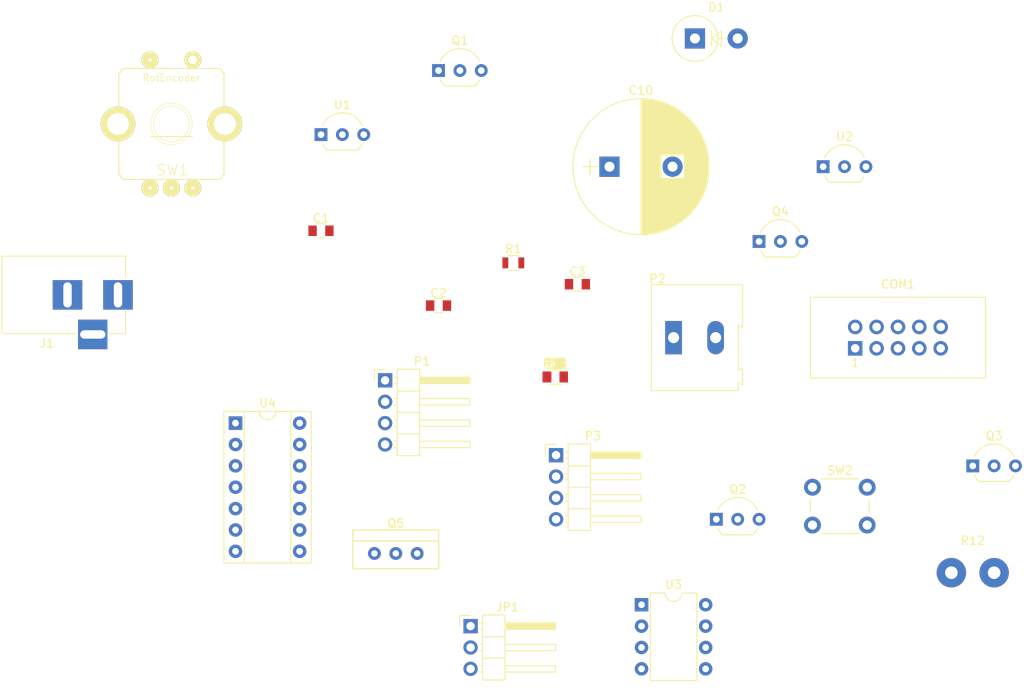
<source format=kicad_pcb>
(kicad_pcb (version 4) (host pcbnew 4.0.6)

  (general
    (links 94)
    (no_connects 78)
    (area 0 0 0 0)
    (thickness 1.6)
    (drawings 0)
    (tracks 0)
    (zones 0)
    (modules 42)
    (nets 31)
  )

  (page A4)
  (layers
    (0 F.Cu signal)
    (31 B.Cu signal)
    (32 B.Adhes user)
    (33 F.Adhes user)
    (34 B.Paste user)
    (35 F.Paste user)
    (36 B.SilkS user)
    (37 F.SilkS user)
    (38 B.Mask user)
    (39 F.Mask user)
    (40 Dwgs.User user)
    (41 Cmts.User user)
    (42 Eco1.User user)
    (43 Eco2.User user)
    (44 Edge.Cuts user)
    (45 Margin user)
    (46 B.CrtYd user)
    (47 F.CrtYd user)
    (48 B.Fab user)
    (49 F.Fab user)
  )

  (setup
    (last_trace_width 0.25)
    (trace_clearance 0.2)
    (zone_clearance 0.508)
    (zone_45_only no)
    (trace_min 0.2)
    (segment_width 0.2)
    (edge_width 0.15)
    (via_size 0.6)
    (via_drill 0.4)
    (via_min_size 0.4)
    (via_min_drill 0.3)
    (uvia_size 0.3)
    (uvia_drill 0.1)
    (uvias_allowed no)
    (uvia_min_size 0.2)
    (uvia_min_drill 0.1)
    (pcb_text_width 0.3)
    (pcb_text_size 1.5 1.5)
    (mod_edge_width 0.15)
    (mod_text_size 1 1)
    (mod_text_width 0.15)
    (pad_size 1.524 1.524)
    (pad_drill 0.762)
    (pad_to_mask_clearance 0.2)
    (aux_axis_origin 0 0)
    (visible_elements 7FFFFFFF)
    (pcbplotparams
      (layerselection 0x00030_80000001)
      (usegerberextensions false)
      (excludeedgelayer true)
      (linewidth 0.100000)
      (plotframeref false)
      (viasonmask false)
      (mode 1)
      (useauxorigin false)
      (hpglpennumber 1)
      (hpglpenspeed 20)
      (hpglpendiameter 15)
      (hpglpenoverlay 2)
      (psnegative false)
      (psa4output false)
      (plotreference true)
      (plotvalue true)
      (plotinvisibletext false)
      (padsonsilk false)
      (subtractmaskfromsilk false)
      (outputformat 1)
      (mirror false)
      (drillshape 1)
      (scaleselection 1)
      (outputdirectory ""))
  )

  (net 0 "")
  (net 1 /Vin)
  (net 2 GND)
  (net 3 +5V)
  (net 4 "Net-(C3-Pad1)")
  (net 5 "Net-(C5-Pad1)")
  (net 6 "Net-(C6-Pad1)")
  (net 7 "Net-(C7-Pad1)")
  (net 8 /15V)
  (net 9 "Net-(CON1-Pad1)")
  (net 10 "Net-(CON1-Pad3)")
  (net 11 "Net-(CON1-Pad5)")
  (net 12 "Net-(CON1-Pad7)")
  (net 13 "Net-(CON1-Pad9)")
  (net 14 "Net-(D1-Pad2)")
  (net 15 "Net-(J1-Pad2)")
  (net 16 "Net-(JP1-Pad2)")
  (net 17 "Net-(JP1-Pad3)")
  (net 18 "Net-(P1-Pad3)")
  (net 19 "Net-(P3-Pad1)")
  (net 20 "Net-(P3-Pad3)")
  (net 21 "Net-(Q1-Pad3)")
  (net 22 "Net-(Q2-Pad3)")
  (net 23 "Net-(Q3-Pad1)")
  (net 24 "Net-(R2-Pad2)")
  (net 25 "Net-(R3-Pad1)")
  (net 26 "Net-(R4-Pad1)")
  (net 27 "Net-(R5-Pad1)")
  (net 28 "Net-(U3-Pad2)")
  (net 29 "Net-(U3-Pad3)")
  (net 30 VCC)

  (net_class Default "This is the default net class."
    (clearance 0.2)
    (trace_width 0.25)
    (via_dia 0.6)
    (via_drill 0.4)
    (uvia_dia 0.3)
    (uvia_drill 0.1)
    (add_net +5V)
    (add_net /15V)
    (add_net /Vin)
    (add_net GND)
    (add_net "Net-(C3-Pad1)")
    (add_net "Net-(C5-Pad1)")
    (add_net "Net-(C6-Pad1)")
    (add_net "Net-(C7-Pad1)")
    (add_net "Net-(CON1-Pad1)")
    (add_net "Net-(CON1-Pad3)")
    (add_net "Net-(CON1-Pad5)")
    (add_net "Net-(CON1-Pad7)")
    (add_net "Net-(CON1-Pad9)")
    (add_net "Net-(D1-Pad2)")
    (add_net "Net-(J1-Pad2)")
    (add_net "Net-(JP1-Pad2)")
    (add_net "Net-(JP1-Pad3)")
    (add_net "Net-(P1-Pad3)")
    (add_net "Net-(P3-Pad1)")
    (add_net "Net-(P3-Pad3)")
    (add_net "Net-(Q1-Pad3)")
    (add_net "Net-(Q2-Pad3)")
    (add_net "Net-(Q3-Pad1)")
    (add_net "Net-(R2-Pad2)")
    (add_net "Net-(R3-Pad1)")
    (add_net "Net-(R4-Pad1)")
    (add_net "Net-(R5-Pad1)")
    (add_net "Net-(U3-Pad2)")
    (add_net "Net-(U3-Pad3)")
    (add_net VCC)
  )

  (module Capacitors_SMD:C_0805 (layer F.Cu) (tedit 58AA8463) (tstamp 596D77E1)
    (at 120.65 87.63)
    (descr "Capacitor SMD 0805, reflow soldering, AVX (see smccp.pdf)")
    (tags "capacitor 0805")
    (path /595F519C)
    (attr smd)
    (fp_text reference C1 (at 0 -1.5) (layer F.SilkS)
      (effects (font (size 1 1) (thickness 0.15)))
    )
    (fp_text value 1uF (at 0 1.75) (layer F.Fab)
      (effects (font (size 1 1) (thickness 0.15)))
    )
    (fp_text user %R (at 0 -1.5) (layer F.Fab)
      (effects (font (size 1 1) (thickness 0.15)))
    )
    (fp_line (start -1 0.62) (end -1 -0.62) (layer F.Fab) (width 0.1))
    (fp_line (start 1 0.62) (end -1 0.62) (layer F.Fab) (width 0.1))
    (fp_line (start 1 -0.62) (end 1 0.62) (layer F.Fab) (width 0.1))
    (fp_line (start -1 -0.62) (end 1 -0.62) (layer F.Fab) (width 0.1))
    (fp_line (start 0.5 -0.85) (end -0.5 -0.85) (layer F.SilkS) (width 0.12))
    (fp_line (start -0.5 0.85) (end 0.5 0.85) (layer F.SilkS) (width 0.12))
    (fp_line (start -1.75 -0.88) (end 1.75 -0.88) (layer F.CrtYd) (width 0.05))
    (fp_line (start -1.75 -0.88) (end -1.75 0.87) (layer F.CrtYd) (width 0.05))
    (fp_line (start 1.75 0.87) (end 1.75 -0.88) (layer F.CrtYd) (width 0.05))
    (fp_line (start 1.75 0.87) (end -1.75 0.87) (layer F.CrtYd) (width 0.05))
    (pad 1 smd rect (at -1 0) (size 1 1.25) (layers F.Cu F.Paste F.Mask)
      (net 1 /Vin))
    (pad 2 smd rect (at 1 0) (size 1 1.25) (layers F.Cu F.Paste F.Mask)
      (net 2 GND))
    (model Capacitors_SMD.3dshapes/C_0805.wrl
      (at (xyz 0 0 0))
      (scale (xyz 1 1 1))
      (rotate (xyz 0 0 0))
    )
  )

  (module Capacitors_SMD:C_0805 (layer F.Cu) (tedit 58AA8463) (tstamp 596D77E7)
    (at 134.62 96.52)
    (descr "Capacitor SMD 0805, reflow soldering, AVX (see smccp.pdf)")
    (tags "capacitor 0805")
    (path /595F5213)
    (attr smd)
    (fp_text reference C2 (at 0 -1.5) (layer F.SilkS)
      (effects (font (size 1 1) (thickness 0.15)))
    )
    (fp_text value 1uF (at 0 1.75) (layer F.Fab)
      (effects (font (size 1 1) (thickness 0.15)))
    )
    (fp_text user %R (at 0 -1.5) (layer F.Fab)
      (effects (font (size 1 1) (thickness 0.15)))
    )
    (fp_line (start -1 0.62) (end -1 -0.62) (layer F.Fab) (width 0.1))
    (fp_line (start 1 0.62) (end -1 0.62) (layer F.Fab) (width 0.1))
    (fp_line (start 1 -0.62) (end 1 0.62) (layer F.Fab) (width 0.1))
    (fp_line (start -1 -0.62) (end 1 -0.62) (layer F.Fab) (width 0.1))
    (fp_line (start 0.5 -0.85) (end -0.5 -0.85) (layer F.SilkS) (width 0.12))
    (fp_line (start -0.5 0.85) (end 0.5 0.85) (layer F.SilkS) (width 0.12))
    (fp_line (start -1.75 -0.88) (end 1.75 -0.88) (layer F.CrtYd) (width 0.05))
    (fp_line (start -1.75 -0.88) (end -1.75 0.87) (layer F.CrtYd) (width 0.05))
    (fp_line (start 1.75 0.87) (end 1.75 -0.88) (layer F.CrtYd) (width 0.05))
    (fp_line (start 1.75 0.87) (end -1.75 0.87) (layer F.CrtYd) (width 0.05))
    (pad 1 smd rect (at -1 0) (size 1 1.25) (layers F.Cu F.Paste F.Mask)
      (net 3 +5V))
    (pad 2 smd rect (at 1 0) (size 1 1.25) (layers F.Cu F.Paste F.Mask)
      (net 2 GND))
    (model Capacitors_SMD.3dshapes/C_0805.wrl
      (at (xyz 0 0 0))
      (scale (xyz 1 1 1))
      (rotate (xyz 0 0 0))
    )
  )

  (module Capacitors_SMD:C_0805 (layer F.Cu) (tedit 58AA8463) (tstamp 596D77ED)
    (at 151.13 93.98)
    (descr "Capacitor SMD 0805, reflow soldering, AVX (see smccp.pdf)")
    (tags "capacitor 0805")
    (path /5965B2DF)
    (attr smd)
    (fp_text reference C3 (at 0 -1.5) (layer F.SilkS)
      (effects (font (size 1 1) (thickness 0.15)))
    )
    (fp_text value 10n (at 0 1.75) (layer F.Fab)
      (effects (font (size 1 1) (thickness 0.15)))
    )
    (fp_text user %R (at 0 -1.5) (layer F.Fab)
      (effects (font (size 1 1) (thickness 0.15)))
    )
    (fp_line (start -1 0.62) (end -1 -0.62) (layer F.Fab) (width 0.1))
    (fp_line (start 1 0.62) (end -1 0.62) (layer F.Fab) (width 0.1))
    (fp_line (start 1 -0.62) (end 1 0.62) (layer F.Fab) (width 0.1))
    (fp_line (start -1 -0.62) (end 1 -0.62) (layer F.Fab) (width 0.1))
    (fp_line (start 0.5 -0.85) (end -0.5 -0.85) (layer F.SilkS) (width 0.12))
    (fp_line (start -0.5 0.85) (end 0.5 0.85) (layer F.SilkS) (width 0.12))
    (fp_line (start -1.75 -0.88) (end 1.75 -0.88) (layer F.CrtYd) (width 0.05))
    (fp_line (start -1.75 -0.88) (end -1.75 0.87) (layer F.CrtYd) (width 0.05))
    (fp_line (start 1.75 0.87) (end 1.75 -0.88) (layer F.CrtYd) (width 0.05))
    (fp_line (start 1.75 0.87) (end -1.75 0.87) (layer F.CrtYd) (width 0.05))
    (pad 1 smd rect (at -1 0) (size 1 1.25) (layers F.Cu F.Paste F.Mask)
      (net 4 "Net-(C3-Pad1)"))
    (pad 2 smd rect (at 1 0) (size 1 1.25) (layers F.Cu F.Paste F.Mask)
      (net 2 GND))
    (model Capacitors_SMD.3dshapes/C_0805.wrl
      (at (xyz 0 0 0))
      (scale (xyz 1 1 1))
      (rotate (xyz 0 0 0))
    )
  )

  (module Capacitors_SMD:C_0805 (layer F.Cu) (tedit 58AA8463) (tstamp 596D77F3)
    (at 148.5011 105.0036)
    (descr "Capacitor SMD 0805, reflow soldering, AVX (see smccp.pdf)")
    (tags "capacitor 0805")
    (path /5967D511)
    (attr smd)
    (fp_text reference C4 (at 0 -1.5) (layer F.SilkS)
      (effects (font (size 1 1) (thickness 0.15)))
    )
    (fp_text value 100nF (at 0 1.75) (layer F.Fab)
      (effects (font (size 1 1) (thickness 0.15)))
    )
    (fp_text user %R (at 0 -1.5) (layer F.Fab)
      (effects (font (size 1 1) (thickness 0.15)))
    )
    (fp_line (start -1 0.62) (end -1 -0.62) (layer F.Fab) (width 0.1))
    (fp_line (start 1 0.62) (end -1 0.62) (layer F.Fab) (width 0.1))
    (fp_line (start 1 -0.62) (end 1 0.62) (layer F.Fab) (width 0.1))
    (fp_line (start -1 -0.62) (end 1 -0.62) (layer F.Fab) (width 0.1))
    (fp_line (start 0.5 -0.85) (end -0.5 -0.85) (layer F.SilkS) (width 0.12))
    (fp_line (start -0.5 0.85) (end 0.5 0.85) (layer F.SilkS) (width 0.12))
    (fp_line (start -1.75 -0.88) (end 1.75 -0.88) (layer F.CrtYd) (width 0.05))
    (fp_line (start -1.75 -0.88) (end -1.75 0.87) (layer F.CrtYd) (width 0.05))
    (fp_line (start 1.75 0.87) (end 1.75 -0.88) (layer F.CrtYd) (width 0.05))
    (fp_line (start 1.75 0.87) (end -1.75 0.87) (layer F.CrtYd) (width 0.05))
    (pad 1 smd rect (at -1 0) (size 1 1.25) (layers F.Cu F.Paste F.Mask)
      (net 3 +5V))
    (pad 2 smd rect (at 1 0) (size 1 1.25) (layers F.Cu F.Paste F.Mask)
      (net 2 GND))
    (model Capacitors_SMD.3dshapes/C_0805.wrl
      (at (xyz 0 0 0))
      (scale (xyz 1 1 1))
      (rotate (xyz 0 0 0))
    )
  )

  (module Capacitors_SMD:C_0805 (layer F.Cu) (tedit 58AA8463) (tstamp 596D77F9)
    (at 148.5011 105.0036)
    (descr "Capacitor SMD 0805, reflow soldering, AVX (see smccp.pdf)")
    (tags "capacitor 0805")
    (path /5960D11B)
    (attr smd)
    (fp_text reference C5 (at 0 -1.5) (layer F.SilkS)
      (effects (font (size 1 1) (thickness 0.15)))
    )
    (fp_text value 10n (at 0 1.75) (layer F.Fab)
      (effects (font (size 1 1) (thickness 0.15)))
    )
    (fp_text user %R (at 0 -1.5) (layer F.Fab)
      (effects (font (size 1 1) (thickness 0.15)))
    )
    (fp_line (start -1 0.62) (end -1 -0.62) (layer F.Fab) (width 0.1))
    (fp_line (start 1 0.62) (end -1 0.62) (layer F.Fab) (width 0.1))
    (fp_line (start 1 -0.62) (end 1 0.62) (layer F.Fab) (width 0.1))
    (fp_line (start -1 -0.62) (end 1 -0.62) (layer F.Fab) (width 0.1))
    (fp_line (start 0.5 -0.85) (end -0.5 -0.85) (layer F.SilkS) (width 0.12))
    (fp_line (start -0.5 0.85) (end 0.5 0.85) (layer F.SilkS) (width 0.12))
    (fp_line (start -1.75 -0.88) (end 1.75 -0.88) (layer F.CrtYd) (width 0.05))
    (fp_line (start -1.75 -0.88) (end -1.75 0.87) (layer F.CrtYd) (width 0.05))
    (fp_line (start 1.75 0.87) (end 1.75 -0.88) (layer F.CrtYd) (width 0.05))
    (fp_line (start 1.75 0.87) (end -1.75 0.87) (layer F.CrtYd) (width 0.05))
    (pad 1 smd rect (at -1 0) (size 1 1.25) (layers F.Cu F.Paste F.Mask)
      (net 5 "Net-(C5-Pad1)"))
    (pad 2 smd rect (at 1 0) (size 1 1.25) (layers F.Cu F.Paste F.Mask)
      (net 2 GND))
    (model Capacitors_SMD.3dshapes/C_0805.wrl
      (at (xyz 0 0 0))
      (scale (xyz 1 1 1))
      (rotate (xyz 0 0 0))
    )
  )

  (module Capacitors_SMD:C_0805 (layer F.Cu) (tedit 58AA8463) (tstamp 596D77FF)
    (at 148.5011 105.0036)
    (descr "Capacitor SMD 0805, reflow soldering, AVX (see smccp.pdf)")
    (tags "capacitor 0805")
    (path /5960D0BA)
    (attr smd)
    (fp_text reference C6 (at 0 -1.5) (layer F.SilkS)
      (effects (font (size 1 1) (thickness 0.15)))
    )
    (fp_text value 10n (at 0 1.75) (layer F.Fab)
      (effects (font (size 1 1) (thickness 0.15)))
    )
    (fp_text user %R (at 0 -1.5) (layer F.Fab)
      (effects (font (size 1 1) (thickness 0.15)))
    )
    (fp_line (start -1 0.62) (end -1 -0.62) (layer F.Fab) (width 0.1))
    (fp_line (start 1 0.62) (end -1 0.62) (layer F.Fab) (width 0.1))
    (fp_line (start 1 -0.62) (end 1 0.62) (layer F.Fab) (width 0.1))
    (fp_line (start -1 -0.62) (end 1 -0.62) (layer F.Fab) (width 0.1))
    (fp_line (start 0.5 -0.85) (end -0.5 -0.85) (layer F.SilkS) (width 0.12))
    (fp_line (start -0.5 0.85) (end 0.5 0.85) (layer F.SilkS) (width 0.12))
    (fp_line (start -1.75 -0.88) (end 1.75 -0.88) (layer F.CrtYd) (width 0.05))
    (fp_line (start -1.75 -0.88) (end -1.75 0.87) (layer F.CrtYd) (width 0.05))
    (fp_line (start 1.75 0.87) (end 1.75 -0.88) (layer F.CrtYd) (width 0.05))
    (fp_line (start 1.75 0.87) (end -1.75 0.87) (layer F.CrtYd) (width 0.05))
    (pad 1 smd rect (at -1 0) (size 1 1.25) (layers F.Cu F.Paste F.Mask)
      (net 6 "Net-(C6-Pad1)"))
    (pad 2 smd rect (at 1 0) (size 1 1.25) (layers F.Cu F.Paste F.Mask)
      (net 2 GND))
    (model Capacitors_SMD.3dshapes/C_0805.wrl
      (at (xyz 0 0 0))
      (scale (xyz 1 1 1))
      (rotate (xyz 0 0 0))
    )
  )

  (module Capacitors_SMD:C_0805 (layer F.Cu) (tedit 58AA8463) (tstamp 596D7805)
    (at 148.5011 105.0036)
    (descr "Capacitor SMD 0805, reflow soldering, AVX (see smccp.pdf)")
    (tags "capacitor 0805")
    (path /5960D033)
    (attr smd)
    (fp_text reference C7 (at 0 -1.5) (layer F.SilkS)
      (effects (font (size 1 1) (thickness 0.15)))
    )
    (fp_text value 10n (at 0 1.75) (layer F.Fab)
      (effects (font (size 1 1) (thickness 0.15)))
    )
    (fp_text user %R (at 0 -1.5) (layer F.Fab)
      (effects (font (size 1 1) (thickness 0.15)))
    )
    (fp_line (start -1 0.62) (end -1 -0.62) (layer F.Fab) (width 0.1))
    (fp_line (start 1 0.62) (end -1 0.62) (layer F.Fab) (width 0.1))
    (fp_line (start 1 -0.62) (end 1 0.62) (layer F.Fab) (width 0.1))
    (fp_line (start -1 -0.62) (end 1 -0.62) (layer F.Fab) (width 0.1))
    (fp_line (start 0.5 -0.85) (end -0.5 -0.85) (layer F.SilkS) (width 0.12))
    (fp_line (start -0.5 0.85) (end 0.5 0.85) (layer F.SilkS) (width 0.12))
    (fp_line (start -1.75 -0.88) (end 1.75 -0.88) (layer F.CrtYd) (width 0.05))
    (fp_line (start -1.75 -0.88) (end -1.75 0.87) (layer F.CrtYd) (width 0.05))
    (fp_line (start 1.75 0.87) (end 1.75 -0.88) (layer F.CrtYd) (width 0.05))
    (fp_line (start 1.75 0.87) (end -1.75 0.87) (layer F.CrtYd) (width 0.05))
    (pad 1 smd rect (at -1 0) (size 1 1.25) (layers F.Cu F.Paste F.Mask)
      (net 7 "Net-(C7-Pad1)"))
    (pad 2 smd rect (at 1 0) (size 1 1.25) (layers F.Cu F.Paste F.Mask)
      (net 2 GND))
    (model Capacitors_SMD.3dshapes/C_0805.wrl
      (at (xyz 0 0 0))
      (scale (xyz 1 1 1))
      (rotate (xyz 0 0 0))
    )
  )

  (module Capacitors_SMD:C_0805 (layer F.Cu) (tedit 58AA8463) (tstamp 596D780B)
    (at 148.5011 105.0036)
    (descr "Capacitor SMD 0805, reflow soldering, AVX (see smccp.pdf)")
    (tags "capacitor 0805")
    (path /595F4F56)
    (attr smd)
    (fp_text reference C8 (at 0 -1.5) (layer F.SilkS)
      (effects (font (size 1 1) (thickness 0.15)))
    )
    (fp_text value 1uF (at 0 1.75) (layer F.Fab)
      (effects (font (size 1 1) (thickness 0.15)))
    )
    (fp_text user %R (at 0 -1.5) (layer F.Fab)
      (effects (font (size 1 1) (thickness 0.15)))
    )
    (fp_line (start -1 0.62) (end -1 -0.62) (layer F.Fab) (width 0.1))
    (fp_line (start 1 0.62) (end -1 0.62) (layer F.Fab) (width 0.1))
    (fp_line (start 1 -0.62) (end 1 0.62) (layer F.Fab) (width 0.1))
    (fp_line (start -1 -0.62) (end 1 -0.62) (layer F.Fab) (width 0.1))
    (fp_line (start 0.5 -0.85) (end -0.5 -0.85) (layer F.SilkS) (width 0.12))
    (fp_line (start -0.5 0.85) (end 0.5 0.85) (layer F.SilkS) (width 0.12))
    (fp_line (start -1.75 -0.88) (end 1.75 -0.88) (layer F.CrtYd) (width 0.05))
    (fp_line (start -1.75 -0.88) (end -1.75 0.87) (layer F.CrtYd) (width 0.05))
    (fp_line (start 1.75 0.87) (end 1.75 -0.88) (layer F.CrtYd) (width 0.05))
    (fp_line (start 1.75 0.87) (end -1.75 0.87) (layer F.CrtYd) (width 0.05))
    (pad 1 smd rect (at -1 0) (size 1 1.25) (layers F.Cu F.Paste F.Mask)
      (net 1 /Vin))
    (pad 2 smd rect (at 1 0) (size 1 1.25) (layers F.Cu F.Paste F.Mask)
      (net 2 GND))
    (model Capacitors_SMD.3dshapes/C_0805.wrl
      (at (xyz 0 0 0))
      (scale (xyz 1 1 1))
      (rotate (xyz 0 0 0))
    )
  )

  (module Capacitors_SMD:C_0805 (layer F.Cu) (tedit 58AA8463) (tstamp 596D7811)
    (at 148.5011 105.0036)
    (descr "Capacitor SMD 0805, reflow soldering, AVX (see smccp.pdf)")
    (tags "capacitor 0805")
    (path /595F5121)
    (attr smd)
    (fp_text reference C9 (at 0 -1.5) (layer F.SilkS)
      (effects (font (size 1 1) (thickness 0.15)))
    )
    (fp_text value 1uF (at 0 1.75) (layer F.Fab)
      (effects (font (size 1 1) (thickness 0.15)))
    )
    (fp_text user %R (at 0 -1.5) (layer F.Fab)
      (effects (font (size 1 1) (thickness 0.15)))
    )
    (fp_line (start -1 0.62) (end -1 -0.62) (layer F.Fab) (width 0.1))
    (fp_line (start 1 0.62) (end -1 0.62) (layer F.Fab) (width 0.1))
    (fp_line (start 1 -0.62) (end 1 0.62) (layer F.Fab) (width 0.1))
    (fp_line (start -1 -0.62) (end 1 -0.62) (layer F.Fab) (width 0.1))
    (fp_line (start 0.5 -0.85) (end -0.5 -0.85) (layer F.SilkS) (width 0.12))
    (fp_line (start -0.5 0.85) (end 0.5 0.85) (layer F.SilkS) (width 0.12))
    (fp_line (start -1.75 -0.88) (end 1.75 -0.88) (layer F.CrtYd) (width 0.05))
    (fp_line (start -1.75 -0.88) (end -1.75 0.87) (layer F.CrtYd) (width 0.05))
    (fp_line (start 1.75 0.87) (end 1.75 -0.88) (layer F.CrtYd) (width 0.05))
    (fp_line (start 1.75 0.87) (end -1.75 0.87) (layer F.CrtYd) (width 0.05))
    (pad 1 smd rect (at -1 0) (size 1 1.25) (layers F.Cu F.Paste F.Mask)
      (net 8 /15V))
    (pad 2 smd rect (at 1 0) (size 1 1.25) (layers F.Cu F.Paste F.Mask)
      (net 2 GND))
    (model Capacitors_SMD.3dshapes/C_0805.wrl
      (at (xyz 0 0 0))
      (scale (xyz 1 1 1))
      (rotate (xyz 0 0 0))
    )
  )

  (module Capacitors_THT:CP_Radial_D16.0mm_P7.50mm (layer F.Cu) (tedit 5920C255) (tstamp 596D7817)
    (at 154.94 80.01)
    (descr "CP, Radial series, Radial, pin pitch=7.50mm, , diameter=16mm, Electrolytic Capacitor")
    (tags "CP Radial series Radial pin pitch 7.50mm  diameter 16mm Electrolytic Capacitor")
    (path /59607AEF)
    (fp_text reference C10 (at 3.75 -9.06) (layer F.SilkS)
      (effects (font (size 1 1) (thickness 0.15)))
    )
    (fp_text value 4700uF (at 3.75 9.06) (layer F.Fab)
      (effects (font (size 1 1) (thickness 0.15)))
    )
    (fp_text user %R (at 3.75 0) (layer F.Fab)
      (effects (font (size 1 1) (thickness 0.15)))
    )
    (fp_line (start -3.2 0) (end -1.4 0) (layer F.Fab) (width 0.1))
    (fp_line (start -2.3 -0.9) (end -2.3 0.9) (layer F.Fab) (width 0.1))
    (fp_line (start 3.75 -8.051) (end 3.75 8.051) (layer F.SilkS) (width 0.12))
    (fp_line (start 3.79 -8.05) (end 3.79 8.05) (layer F.SilkS) (width 0.12))
    (fp_line (start 3.83 -8.05) (end 3.83 8.05) (layer F.SilkS) (width 0.12))
    (fp_line (start 3.87 -8.05) (end 3.87 8.05) (layer F.SilkS) (width 0.12))
    (fp_line (start 3.91 -8.049) (end 3.91 8.049) (layer F.SilkS) (width 0.12))
    (fp_line (start 3.95 -8.048) (end 3.95 8.048) (layer F.SilkS) (width 0.12))
    (fp_line (start 3.99 -8.047) (end 3.99 8.047) (layer F.SilkS) (width 0.12))
    (fp_line (start 4.03 -8.046) (end 4.03 8.046) (layer F.SilkS) (width 0.12))
    (fp_line (start 4.07 -8.044) (end 4.07 8.044) (layer F.SilkS) (width 0.12))
    (fp_line (start 4.11 -8.042) (end 4.11 8.042) (layer F.SilkS) (width 0.12))
    (fp_line (start 4.15 -8.041) (end 4.15 8.041) (layer F.SilkS) (width 0.12))
    (fp_line (start 4.19 -8.039) (end 4.19 8.039) (layer F.SilkS) (width 0.12))
    (fp_line (start 4.23 -8.036) (end 4.23 8.036) (layer F.SilkS) (width 0.12))
    (fp_line (start 4.27 -8.034) (end 4.27 8.034) (layer F.SilkS) (width 0.12))
    (fp_line (start 4.31 -8.031) (end 4.31 8.031) (layer F.SilkS) (width 0.12))
    (fp_line (start 4.35 -8.028) (end 4.35 8.028) (layer F.SilkS) (width 0.12))
    (fp_line (start 4.39 -8.025) (end 4.39 8.025) (layer F.SilkS) (width 0.12))
    (fp_line (start 4.43 -8.022) (end 4.43 8.022) (layer F.SilkS) (width 0.12))
    (fp_line (start 4.471 -8.018) (end 4.471 8.018) (layer F.SilkS) (width 0.12))
    (fp_line (start 4.511 -8.015) (end 4.511 8.015) (layer F.SilkS) (width 0.12))
    (fp_line (start 4.551 -8.011) (end 4.551 8.011) (layer F.SilkS) (width 0.12))
    (fp_line (start 4.591 -8.007) (end 4.591 8.007) (layer F.SilkS) (width 0.12))
    (fp_line (start 4.631 -8.002) (end 4.631 8.002) (layer F.SilkS) (width 0.12))
    (fp_line (start 4.671 -7.998) (end 4.671 7.998) (layer F.SilkS) (width 0.12))
    (fp_line (start 4.711 -7.993) (end 4.711 7.993) (layer F.SilkS) (width 0.12))
    (fp_line (start 4.751 -7.988) (end 4.751 7.988) (layer F.SilkS) (width 0.12))
    (fp_line (start 4.791 -7.983) (end 4.791 7.983) (layer F.SilkS) (width 0.12))
    (fp_line (start 4.831 -7.978) (end 4.831 7.978) (layer F.SilkS) (width 0.12))
    (fp_line (start 4.871 -7.973) (end 4.871 7.973) (layer F.SilkS) (width 0.12))
    (fp_line (start 4.911 -7.967) (end 4.911 7.967) (layer F.SilkS) (width 0.12))
    (fp_line (start 4.951 -7.961) (end 4.951 7.961) (layer F.SilkS) (width 0.12))
    (fp_line (start 4.991 -7.955) (end 4.991 7.955) (layer F.SilkS) (width 0.12))
    (fp_line (start 5.031 -7.949) (end 5.031 7.949) (layer F.SilkS) (width 0.12))
    (fp_line (start 5.071 -7.942) (end 5.071 7.942) (layer F.SilkS) (width 0.12))
    (fp_line (start 5.111 -7.935) (end 5.111 7.935) (layer F.SilkS) (width 0.12))
    (fp_line (start 5.151 -7.928) (end 5.151 7.928) (layer F.SilkS) (width 0.12))
    (fp_line (start 5.191 -7.921) (end 5.191 7.921) (layer F.SilkS) (width 0.12))
    (fp_line (start 5.231 -7.914) (end 5.231 7.914) (layer F.SilkS) (width 0.12))
    (fp_line (start 5.271 -7.906) (end 5.271 7.906) (layer F.SilkS) (width 0.12))
    (fp_line (start 5.311 -7.899) (end 5.311 7.899) (layer F.SilkS) (width 0.12))
    (fp_line (start 5.351 -7.891) (end 5.351 7.891) (layer F.SilkS) (width 0.12))
    (fp_line (start 5.391 -7.883) (end 5.391 7.883) (layer F.SilkS) (width 0.12))
    (fp_line (start 5.431 -7.874) (end 5.431 7.874) (layer F.SilkS) (width 0.12))
    (fp_line (start 5.471 -7.866) (end 5.471 7.866) (layer F.SilkS) (width 0.12))
    (fp_line (start 5.511 -7.857) (end 5.511 7.857) (layer F.SilkS) (width 0.12))
    (fp_line (start 5.551 -7.848) (end 5.551 7.848) (layer F.SilkS) (width 0.12))
    (fp_line (start 5.591 -7.838) (end 5.591 7.838) (layer F.SilkS) (width 0.12))
    (fp_line (start 5.631 -7.829) (end 5.631 7.829) (layer F.SilkS) (width 0.12))
    (fp_line (start 5.671 -7.819) (end 5.671 7.819) (layer F.SilkS) (width 0.12))
    (fp_line (start 5.711 -7.809) (end 5.711 7.809) (layer F.SilkS) (width 0.12))
    (fp_line (start 5.751 -7.799) (end 5.751 7.799) (layer F.SilkS) (width 0.12))
    (fp_line (start 5.791 -7.789) (end 5.791 7.789) (layer F.SilkS) (width 0.12))
    (fp_line (start 5.831 -7.779) (end 5.831 7.779) (layer F.SilkS) (width 0.12))
    (fp_line (start 5.871 -7.768) (end 5.871 7.768) (layer F.SilkS) (width 0.12))
    (fp_line (start 5.911 -7.757) (end 5.911 7.757) (layer F.SilkS) (width 0.12))
    (fp_line (start 5.951 -7.746) (end 5.951 7.746) (layer F.SilkS) (width 0.12))
    (fp_line (start 5.991 -7.734) (end 5.991 7.734) (layer F.SilkS) (width 0.12))
    (fp_line (start 6.031 -7.723) (end 6.031 7.723) (layer F.SilkS) (width 0.12))
    (fp_line (start 6.071 -7.711) (end 6.071 7.711) (layer F.SilkS) (width 0.12))
    (fp_line (start 6.111 -7.699) (end 6.111 7.699) (layer F.SilkS) (width 0.12))
    (fp_line (start 6.151 -7.686) (end 6.151 -1.38) (layer F.SilkS) (width 0.12))
    (fp_line (start 6.151 1.38) (end 6.151 7.686) (layer F.SilkS) (width 0.12))
    (fp_line (start 6.191 -7.674) (end 6.191 -1.38) (layer F.SilkS) (width 0.12))
    (fp_line (start 6.191 1.38) (end 6.191 7.674) (layer F.SilkS) (width 0.12))
    (fp_line (start 6.231 -7.661) (end 6.231 -1.38) (layer F.SilkS) (width 0.12))
    (fp_line (start 6.231 1.38) (end 6.231 7.661) (layer F.SilkS) (width 0.12))
    (fp_line (start 6.271 -7.648) (end 6.271 -1.38) (layer F.SilkS) (width 0.12))
    (fp_line (start 6.271 1.38) (end 6.271 7.648) (layer F.SilkS) (width 0.12))
    (fp_line (start 6.311 -7.635) (end 6.311 -1.38) (layer F.SilkS) (width 0.12))
    (fp_line (start 6.311 1.38) (end 6.311 7.635) (layer F.SilkS) (width 0.12))
    (fp_line (start 6.351 -7.621) (end 6.351 -1.38) (layer F.SilkS) (width 0.12))
    (fp_line (start 6.351 1.38) (end 6.351 7.621) (layer F.SilkS) (width 0.12))
    (fp_line (start 6.391 -7.608) (end 6.391 -1.38) (layer F.SilkS) (width 0.12))
    (fp_line (start 6.391 1.38) (end 6.391 7.608) (layer F.SilkS) (width 0.12))
    (fp_line (start 6.431 -7.594) (end 6.431 -1.38) (layer F.SilkS) (width 0.12))
    (fp_line (start 6.431 1.38) (end 6.431 7.594) (layer F.SilkS) (width 0.12))
    (fp_line (start 6.471 -7.58) (end 6.471 -1.38) (layer F.SilkS) (width 0.12))
    (fp_line (start 6.471 1.38) (end 6.471 7.58) (layer F.SilkS) (width 0.12))
    (fp_line (start 6.511 -7.565) (end 6.511 -1.38) (layer F.SilkS) (width 0.12))
    (fp_line (start 6.511 1.38) (end 6.511 7.565) (layer F.SilkS) (width 0.12))
    (fp_line (start 6.551 -7.55) (end 6.551 -1.38) (layer F.SilkS) (width 0.12))
    (fp_line (start 6.551 1.38) (end 6.551 7.55) (layer F.SilkS) (width 0.12))
    (fp_line (start 6.591 -7.536) (end 6.591 -1.38) (layer F.SilkS) (width 0.12))
    (fp_line (start 6.591 1.38) (end 6.591 7.536) (layer F.SilkS) (width 0.12))
    (fp_line (start 6.631 -7.521) (end 6.631 -1.38) (layer F.SilkS) (width 0.12))
    (fp_line (start 6.631 1.38) (end 6.631 7.521) (layer F.SilkS) (width 0.12))
    (fp_line (start 6.671 -7.505) (end 6.671 -1.38) (layer F.SilkS) (width 0.12))
    (fp_line (start 6.671 1.38) (end 6.671 7.505) (layer F.SilkS) (width 0.12))
    (fp_line (start 6.711 -7.49) (end 6.711 -1.38) (layer F.SilkS) (width 0.12))
    (fp_line (start 6.711 1.38) (end 6.711 7.49) (layer F.SilkS) (width 0.12))
    (fp_line (start 6.751 -7.474) (end 6.751 -1.38) (layer F.SilkS) (width 0.12))
    (fp_line (start 6.751 1.38) (end 6.751 7.474) (layer F.SilkS) (width 0.12))
    (fp_line (start 6.791 -7.458) (end 6.791 -1.38) (layer F.SilkS) (width 0.12))
    (fp_line (start 6.791 1.38) (end 6.791 7.458) (layer F.SilkS) (width 0.12))
    (fp_line (start 6.831 -7.441) (end 6.831 -1.38) (layer F.SilkS) (width 0.12))
    (fp_line (start 6.831 1.38) (end 6.831 7.441) (layer F.SilkS) (width 0.12))
    (fp_line (start 6.871 -7.425) (end 6.871 -1.38) (layer F.SilkS) (width 0.12))
    (fp_line (start 6.871 1.38) (end 6.871 7.425) (layer F.SilkS) (width 0.12))
    (fp_line (start 6.911 -7.408) (end 6.911 -1.38) (layer F.SilkS) (width 0.12))
    (fp_line (start 6.911 1.38) (end 6.911 7.408) (layer F.SilkS) (width 0.12))
    (fp_line (start 6.951 -7.391) (end 6.951 -1.38) (layer F.SilkS) (width 0.12))
    (fp_line (start 6.951 1.38) (end 6.951 7.391) (layer F.SilkS) (width 0.12))
    (fp_line (start 6.991 -7.373) (end 6.991 -1.38) (layer F.SilkS) (width 0.12))
    (fp_line (start 6.991 1.38) (end 6.991 7.373) (layer F.SilkS) (width 0.12))
    (fp_line (start 7.031 -7.356) (end 7.031 -1.38) (layer F.SilkS) (width 0.12))
    (fp_line (start 7.031 1.38) (end 7.031 7.356) (layer F.SilkS) (width 0.12))
    (fp_line (start 7.071 -7.338) (end 7.071 -1.38) (layer F.SilkS) (width 0.12))
    (fp_line (start 7.071 1.38) (end 7.071 7.338) (layer F.SilkS) (width 0.12))
    (fp_line (start 7.111 -7.32) (end 7.111 -1.38) (layer F.SilkS) (width 0.12))
    (fp_line (start 7.111 1.38) (end 7.111 7.32) (layer F.SilkS) (width 0.12))
    (fp_line (start 7.151 -7.301) (end 7.151 -1.38) (layer F.SilkS) (width 0.12))
    (fp_line (start 7.151 1.38) (end 7.151 7.301) (layer F.SilkS) (width 0.12))
    (fp_line (start 7.191 -7.283) (end 7.191 -1.38) (layer F.SilkS) (width 0.12))
    (fp_line (start 7.191 1.38) (end 7.191 7.283) (layer F.SilkS) (width 0.12))
    (fp_line (start 7.231 -7.264) (end 7.231 -1.38) (layer F.SilkS) (width 0.12))
    (fp_line (start 7.231 1.38) (end 7.231 7.264) (layer F.SilkS) (width 0.12))
    (fp_line (start 7.271 -7.245) (end 7.271 -1.38) (layer F.SilkS) (width 0.12))
    (fp_line (start 7.271 1.38) (end 7.271 7.245) (layer F.SilkS) (width 0.12))
    (fp_line (start 7.311 -7.225) (end 7.311 -1.38) (layer F.SilkS) (width 0.12))
    (fp_line (start 7.311 1.38) (end 7.311 7.225) (layer F.SilkS) (width 0.12))
    (fp_line (start 7.351 -7.205) (end 7.351 -1.38) (layer F.SilkS) (width 0.12))
    (fp_line (start 7.351 1.38) (end 7.351 7.205) (layer F.SilkS) (width 0.12))
    (fp_line (start 7.391 -7.185) (end 7.391 -1.38) (layer F.SilkS) (width 0.12))
    (fp_line (start 7.391 1.38) (end 7.391 7.185) (layer F.SilkS) (width 0.12))
    (fp_line (start 7.431 -7.165) (end 7.431 -1.38) (layer F.SilkS) (width 0.12))
    (fp_line (start 7.431 1.38) (end 7.431 7.165) (layer F.SilkS) (width 0.12))
    (fp_line (start 7.471 -7.144) (end 7.471 -1.38) (layer F.SilkS) (width 0.12))
    (fp_line (start 7.471 1.38) (end 7.471 7.144) (layer F.SilkS) (width 0.12))
    (fp_line (start 7.511 -7.124) (end 7.511 -1.38) (layer F.SilkS) (width 0.12))
    (fp_line (start 7.511 1.38) (end 7.511 7.124) (layer F.SilkS) (width 0.12))
    (fp_line (start 7.551 -7.102) (end 7.551 -1.38) (layer F.SilkS) (width 0.12))
    (fp_line (start 7.551 1.38) (end 7.551 7.102) (layer F.SilkS) (width 0.12))
    (fp_line (start 7.591 -7.081) (end 7.591 -1.38) (layer F.SilkS) (width 0.12))
    (fp_line (start 7.591 1.38) (end 7.591 7.081) (layer F.SilkS) (width 0.12))
    (fp_line (start 7.631 -7.059) (end 7.631 -1.38) (layer F.SilkS) (width 0.12))
    (fp_line (start 7.631 1.38) (end 7.631 7.059) (layer F.SilkS) (width 0.12))
    (fp_line (start 7.671 -7.037) (end 7.671 -1.38) (layer F.SilkS) (width 0.12))
    (fp_line (start 7.671 1.38) (end 7.671 7.037) (layer F.SilkS) (width 0.12))
    (fp_line (start 7.711 -7.015) (end 7.711 -1.38) (layer F.SilkS) (width 0.12))
    (fp_line (start 7.711 1.38) (end 7.711 7.015) (layer F.SilkS) (width 0.12))
    (fp_line (start 7.751 -6.992) (end 7.751 -1.38) (layer F.SilkS) (width 0.12))
    (fp_line (start 7.751 1.38) (end 7.751 6.992) (layer F.SilkS) (width 0.12))
    (fp_line (start 7.791 -6.97) (end 7.791 -1.38) (layer F.SilkS) (width 0.12))
    (fp_line (start 7.791 1.38) (end 7.791 6.97) (layer F.SilkS) (width 0.12))
    (fp_line (start 7.831 -6.946) (end 7.831 -1.38) (layer F.SilkS) (width 0.12))
    (fp_line (start 7.831 1.38) (end 7.831 6.946) (layer F.SilkS) (width 0.12))
    (fp_line (start 7.871 -6.923) (end 7.871 -1.38) (layer F.SilkS) (width 0.12))
    (fp_line (start 7.871 1.38) (end 7.871 6.923) (layer F.SilkS) (width 0.12))
    (fp_line (start 7.911 -6.899) (end 7.911 -1.38) (layer F.SilkS) (width 0.12))
    (fp_line (start 7.911 1.38) (end 7.911 6.899) (layer F.SilkS) (width 0.12))
    (fp_line (start 7.951 -6.875) (end 7.951 -1.38) (layer F.SilkS) (width 0.12))
    (fp_line (start 7.951 1.38) (end 7.951 6.875) (layer F.SilkS) (width 0.12))
    (fp_line (start 7.991 -6.85) (end 7.991 -1.38) (layer F.SilkS) (width 0.12))
    (fp_line (start 7.991 1.38) (end 7.991 6.85) (layer F.SilkS) (width 0.12))
    (fp_line (start 8.031 -6.826) (end 8.031 -1.38) (layer F.SilkS) (width 0.12))
    (fp_line (start 8.031 1.38) (end 8.031 6.826) (layer F.SilkS) (width 0.12))
    (fp_line (start 8.071 -6.801) (end 8.071 -1.38) (layer F.SilkS) (width 0.12))
    (fp_line (start 8.071 1.38) (end 8.071 6.801) (layer F.SilkS) (width 0.12))
    (fp_line (start 8.111 -6.775) (end 8.111 -1.38) (layer F.SilkS) (width 0.12))
    (fp_line (start 8.111 1.38) (end 8.111 6.775) (layer F.SilkS) (width 0.12))
    (fp_line (start 8.151 -6.749) (end 8.151 -1.38) (layer F.SilkS) (width 0.12))
    (fp_line (start 8.151 1.38) (end 8.151 6.749) (layer F.SilkS) (width 0.12))
    (fp_line (start 8.191 -6.723) (end 8.191 -1.38) (layer F.SilkS) (width 0.12))
    (fp_line (start 8.191 1.38) (end 8.191 6.723) (layer F.SilkS) (width 0.12))
    (fp_line (start 8.231 -6.697) (end 8.231 -1.38) (layer F.SilkS) (width 0.12))
    (fp_line (start 8.231 1.38) (end 8.231 6.697) (layer F.SilkS) (width 0.12))
    (fp_line (start 8.271 -6.67) (end 8.271 -1.38) (layer F.SilkS) (width 0.12))
    (fp_line (start 8.271 1.38) (end 8.271 6.67) (layer F.SilkS) (width 0.12))
    (fp_line (start 8.311 -6.643) (end 8.311 -1.38) (layer F.SilkS) (width 0.12))
    (fp_line (start 8.311 1.38) (end 8.311 6.643) (layer F.SilkS) (width 0.12))
    (fp_line (start 8.351 -6.615) (end 8.351 -1.38) (layer F.SilkS) (width 0.12))
    (fp_line (start 8.351 1.38) (end 8.351 6.615) (layer F.SilkS) (width 0.12))
    (fp_line (start 8.391 -6.588) (end 8.391 -1.38) (layer F.SilkS) (width 0.12))
    (fp_line (start 8.391 1.38) (end 8.391 6.588) (layer F.SilkS) (width 0.12))
    (fp_line (start 8.431 -6.559) (end 8.431 -1.38) (layer F.SilkS) (width 0.12))
    (fp_line (start 8.431 1.38) (end 8.431 6.559) (layer F.SilkS) (width 0.12))
    (fp_line (start 8.471 -6.531) (end 8.471 -1.38) (layer F.SilkS) (width 0.12))
    (fp_line (start 8.471 1.38) (end 8.471 6.531) (layer F.SilkS) (width 0.12))
    (fp_line (start 8.511 -6.502) (end 8.511 -1.38) (layer F.SilkS) (width 0.12))
    (fp_line (start 8.511 1.38) (end 8.511 6.502) (layer F.SilkS) (width 0.12))
    (fp_line (start 8.551 -6.473) (end 8.551 -1.38) (layer F.SilkS) (width 0.12))
    (fp_line (start 8.551 1.38) (end 8.551 6.473) (layer F.SilkS) (width 0.12))
    (fp_line (start 8.591 -6.443) (end 8.591 -1.38) (layer F.SilkS) (width 0.12))
    (fp_line (start 8.591 1.38) (end 8.591 6.443) (layer F.SilkS) (width 0.12))
    (fp_line (start 8.631 -6.413) (end 8.631 -1.38) (layer F.SilkS) (width 0.12))
    (fp_line (start 8.631 1.38) (end 8.631 6.413) (layer F.SilkS) (width 0.12))
    (fp_line (start 8.671 -6.382) (end 8.671 -1.38) (layer F.SilkS) (width 0.12))
    (fp_line (start 8.671 1.38) (end 8.671 6.382) (layer F.SilkS) (width 0.12))
    (fp_line (start 8.711 -6.352) (end 8.711 -1.38) (layer F.SilkS) (width 0.12))
    (fp_line (start 8.711 1.38) (end 8.711 6.352) (layer F.SilkS) (width 0.12))
    (fp_line (start 8.751 -6.32) (end 8.751 -1.38) (layer F.SilkS) (width 0.12))
    (fp_line (start 8.751 1.38) (end 8.751 6.32) (layer F.SilkS) (width 0.12))
    (fp_line (start 8.791 -6.289) (end 8.791 -1.38) (layer F.SilkS) (width 0.12))
    (fp_line (start 8.791 1.38) (end 8.791 6.289) (layer F.SilkS) (width 0.12))
    (fp_line (start 8.831 -6.257) (end 8.831 -1.38) (layer F.SilkS) (width 0.12))
    (fp_line (start 8.831 1.38) (end 8.831 6.257) (layer F.SilkS) (width 0.12))
    (fp_line (start 8.871 -6.224) (end 8.871 -1.38) (layer F.SilkS) (width 0.12))
    (fp_line (start 8.871 1.38) (end 8.871 6.224) (layer F.SilkS) (width 0.12))
    (fp_line (start 8.911 -6.191) (end 8.911 6.191) (layer F.SilkS) (width 0.12))
    (fp_line (start 8.951 -6.158) (end 8.951 6.158) (layer F.SilkS) (width 0.12))
    (fp_line (start 8.991 -6.124) (end 8.991 6.124) (layer F.SilkS) (width 0.12))
    (fp_line (start 9.031 -6.09) (end 9.031 6.09) (layer F.SilkS) (width 0.12))
    (fp_line (start 9.071 -6.055) (end 9.071 6.055) (layer F.SilkS) (width 0.12))
    (fp_line (start 9.111 -6.02) (end 9.111 6.02) (layer F.SilkS) (width 0.12))
    (fp_line (start 9.151 -5.984) (end 9.151 5.984) (layer F.SilkS) (width 0.12))
    (fp_line (start 9.191 -5.948) (end 9.191 5.948) (layer F.SilkS) (width 0.12))
    (fp_line (start 9.231 -5.912) (end 9.231 5.912) (layer F.SilkS) (width 0.12))
    (fp_line (start 9.271 -5.875) (end 9.271 5.875) (layer F.SilkS) (width 0.12))
    (fp_line (start 9.311 -5.837) (end 9.311 5.837) (layer F.SilkS) (width 0.12))
    (fp_line (start 9.351 -5.799) (end 9.351 5.799) (layer F.SilkS) (width 0.12))
    (fp_line (start 9.391 -5.76) (end 9.391 5.76) (layer F.SilkS) (width 0.12))
    (fp_line (start 9.431 -5.721) (end 9.431 5.721) (layer F.SilkS) (width 0.12))
    (fp_line (start 9.471 -5.681) (end 9.471 5.681) (layer F.SilkS) (width 0.12))
    (fp_line (start 9.511 -5.641) (end 9.511 5.641) (layer F.SilkS) (width 0.12))
    (fp_line (start 9.551 -5.6) (end 9.551 5.6) (layer F.SilkS) (width 0.12))
    (fp_line (start 9.591 -5.559) (end 9.591 5.559) (layer F.SilkS) (width 0.12))
    (fp_line (start 9.631 -5.517) (end 9.631 5.517) (layer F.SilkS) (width 0.12))
    (fp_line (start 9.671 -5.474) (end 9.671 5.474) (layer F.SilkS) (width 0.12))
    (fp_line (start 9.711 -5.431) (end 9.711 5.431) (layer F.SilkS) (width 0.12))
    (fp_line (start 9.751 -5.387) (end 9.751 5.387) (layer F.SilkS) (width 0.12))
    (fp_line (start 9.791 -5.343) (end 9.791 5.343) (layer F.SilkS) (width 0.12))
    (fp_line (start 9.831 -5.297) (end 9.831 5.297) (layer F.SilkS) (width 0.12))
    (fp_line (start 9.871 -5.251) (end 9.871 5.251) (layer F.SilkS) (width 0.12))
    (fp_line (start 9.911 -5.205) (end 9.911 5.205) (layer F.SilkS) (width 0.12))
    (fp_line (start 9.951 -5.157) (end 9.951 5.157) (layer F.SilkS) (width 0.12))
    (fp_line (start 9.991 -5.109) (end 9.991 5.109) (layer F.SilkS) (width 0.12))
    (fp_line (start 10.031 -5.06) (end 10.031 5.06) (layer F.SilkS) (width 0.12))
    (fp_line (start 10.071 -5.011) (end 10.071 5.011) (layer F.SilkS) (width 0.12))
    (fp_line (start 10.111 -4.96) (end 10.111 4.96) (layer F.SilkS) (width 0.12))
    (fp_line (start 10.151 -4.909) (end 10.151 4.909) (layer F.SilkS) (width 0.12))
    (fp_line (start 10.191 -4.857) (end 10.191 4.857) (layer F.SilkS) (width 0.12))
    (fp_line (start 10.231 -4.804) (end 10.231 4.804) (layer F.SilkS) (width 0.12))
    (fp_line (start 10.271 -4.75) (end 10.271 4.75) (layer F.SilkS) (width 0.12))
    (fp_line (start 10.311 -4.695) (end 10.311 4.695) (layer F.SilkS) (width 0.12))
    (fp_line (start 10.351 -4.639) (end 10.351 4.639) (layer F.SilkS) (width 0.12))
    (fp_line (start 10.391 -4.582) (end 10.391 4.582) (layer F.SilkS) (width 0.12))
    (fp_line (start 10.431 -4.524) (end 10.431 4.524) (layer F.SilkS) (width 0.12))
    (fp_line (start 10.471 -4.465) (end 10.471 4.465) (layer F.SilkS) (width 0.12))
    (fp_line (start 10.511 -4.405) (end 10.511 4.405) (layer F.SilkS) (width 0.12))
    (fp_line (start 10.551 -4.343) (end 10.551 4.343) (layer F.SilkS) (width 0.12))
    (fp_line (start 10.591 -4.281) (end 10.591 4.281) (layer F.SilkS) (width 0.12))
    (fp_line (start 10.631 -4.217) (end 10.631 4.217) (layer F.SilkS) (width 0.12))
    (fp_line (start 10.671 -4.151) (end 10.671 4.151) (layer F.SilkS) (width 0.12))
    (fp_line (start 10.711 -4.084) (end 10.711 4.084) (layer F.SilkS) (width 0.12))
    (fp_line (start 10.751 -4.016) (end 10.751 4.016) (layer F.SilkS) (width 0.12))
    (fp_line (start 10.791 -3.946) (end 10.791 3.946) (layer F.SilkS) (width 0.12))
    (fp_line (start 10.831 -3.875) (end 10.831 3.875) (layer F.SilkS) (width 0.12))
    (fp_line (start 10.871 -3.802) (end 10.871 3.802) (layer F.SilkS) (width 0.12))
    (fp_line (start 10.911 -3.726) (end 10.911 3.726) (layer F.SilkS) (width 0.12))
    (fp_line (start 10.951 -3.649) (end 10.951 3.649) (layer F.SilkS) (width 0.12))
    (fp_line (start 10.991 -3.57) (end 10.991 3.57) (layer F.SilkS) (width 0.12))
    (fp_line (start 11.031 -3.489) (end 11.031 3.489) (layer F.SilkS) (width 0.12))
    (fp_line (start 11.071 -3.405) (end 11.071 3.405) (layer F.SilkS) (width 0.12))
    (fp_line (start 11.111 -3.319) (end 11.111 3.319) (layer F.SilkS) (width 0.12))
    (fp_line (start 11.151 -3.23) (end 11.151 3.23) (layer F.SilkS) (width 0.12))
    (fp_line (start 11.191 -3.138) (end 11.191 3.138) (layer F.SilkS) (width 0.12))
    (fp_line (start 11.231 -3.042) (end 11.231 3.042) (layer F.SilkS) (width 0.12))
    (fp_line (start 11.271 -2.943) (end 11.271 2.943) (layer F.SilkS) (width 0.12))
    (fp_line (start 11.311 -2.841) (end 11.311 2.841) (layer F.SilkS) (width 0.12))
    (fp_line (start 11.351 -2.733) (end 11.351 2.733) (layer F.SilkS) (width 0.12))
    (fp_line (start 11.391 -2.621) (end 11.391 2.621) (layer F.SilkS) (width 0.12))
    (fp_line (start 11.431 -2.503) (end 11.431 2.503) (layer F.SilkS) (width 0.12))
    (fp_line (start 11.471 -2.379) (end 11.471 2.379) (layer F.SilkS) (width 0.12))
    (fp_line (start 11.511 -2.248) (end 11.511 2.248) (layer F.SilkS) (width 0.12))
    (fp_line (start 11.551 -2.107) (end 11.551 2.107) (layer F.SilkS) (width 0.12))
    (fp_line (start 11.591 -1.956) (end 11.591 1.956) (layer F.SilkS) (width 0.12))
    (fp_line (start 11.631 -1.792) (end 11.631 1.792) (layer F.SilkS) (width 0.12))
    (fp_line (start 11.671 -1.61) (end 11.671 1.61) (layer F.SilkS) (width 0.12))
    (fp_line (start 11.711 -1.405) (end 11.711 1.405) (layer F.SilkS) (width 0.12))
    (fp_line (start 11.751 -1.164) (end 11.751 1.164) (layer F.SilkS) (width 0.12))
    (fp_line (start 11.791 -0.859) (end 11.791 0.859) (layer F.SilkS) (width 0.12))
    (fp_line (start 11.831 -0.363) (end 11.831 0.363) (layer F.SilkS) (width 0.12))
    (fp_line (start -3.2 0) (end -1.4 0) (layer F.SilkS) (width 0.12))
    (fp_line (start -2.3 -0.9) (end -2.3 0.9) (layer F.SilkS) (width 0.12))
    (fp_line (start -4.6 -8.35) (end -4.6 8.35) (layer F.CrtYd) (width 0.05))
    (fp_line (start -4.6 8.35) (end 12.1 8.35) (layer F.CrtYd) (width 0.05))
    (fp_line (start 12.1 8.35) (end 12.1 -8.35) (layer F.CrtYd) (width 0.05))
    (fp_line (start 12.1 -8.35) (end -4.6 -8.35) (layer F.CrtYd) (width 0.05))
    (fp_circle (center 3.75 0) (end 11.75 0) (layer F.Fab) (width 0.1))
    (fp_circle (center 3.75 0) (end 11.84 0) (layer F.SilkS) (width 0.12))
    (pad 1 thru_hole rect (at 0 0) (size 2.4 2.4) (drill 1.2) (layers *.Cu *.Mask)
      (net 1 /Vin))
    (pad 2 thru_hole circle (at 7.5 0) (size 2.4 2.4) (drill 1.2) (layers *.Cu *.Mask)
      (net 2 GND))
    (model ${KISYS3DMOD}/Capacitors_THT.3dshapes/CP_Radial_D16.0mm_P7.50mm.wrl
      (at (xyz 0 0 0))
      (scale (xyz 1 1 1))
      (rotate (xyz 0 0 0))
    )
  )

  (module Capacitors_SMD:C_0805 (layer F.Cu) (tedit 58AA8463) (tstamp 596D781D)
    (at 148.5011 105.0036)
    (descr "Capacitor SMD 0805, reflow soldering, AVX (see smccp.pdf)")
    (tags "capacitor 0805")
    (path /5964E1CA)
    (attr smd)
    (fp_text reference C11 (at 0 -1.5) (layer F.SilkS)
      (effects (font (size 1 1) (thickness 0.15)))
    )
    (fp_text value .47uF (at 0 1.75) (layer F.Fab)
      (effects (font (size 1 1) (thickness 0.15)))
    )
    (fp_text user %R (at 0 -1.5) (layer F.Fab)
      (effects (font (size 1 1) (thickness 0.15)))
    )
    (fp_line (start -1 0.62) (end -1 -0.62) (layer F.Fab) (width 0.1))
    (fp_line (start 1 0.62) (end -1 0.62) (layer F.Fab) (width 0.1))
    (fp_line (start 1 -0.62) (end 1 0.62) (layer F.Fab) (width 0.1))
    (fp_line (start -1 -0.62) (end 1 -0.62) (layer F.Fab) (width 0.1))
    (fp_line (start 0.5 -0.85) (end -0.5 -0.85) (layer F.SilkS) (width 0.12))
    (fp_line (start -0.5 0.85) (end 0.5 0.85) (layer F.SilkS) (width 0.12))
    (fp_line (start -1.75 -0.88) (end 1.75 -0.88) (layer F.CrtYd) (width 0.05))
    (fp_line (start -1.75 -0.88) (end -1.75 0.87) (layer F.CrtYd) (width 0.05))
    (fp_line (start 1.75 0.87) (end 1.75 -0.88) (layer F.CrtYd) (width 0.05))
    (fp_line (start 1.75 0.87) (end -1.75 0.87) (layer F.CrtYd) (width 0.05))
    (pad 1 smd rect (at -1 0) (size 1 1.25) (layers F.Cu F.Paste F.Mask)
      (net 1 /Vin))
    (pad 2 smd rect (at 1 0) (size 1 1.25) (layers F.Cu F.Paste F.Mask)
      (net 2 GND))
    (model Capacitors_SMD.3dshapes/C_0805.wrl
      (at (xyz 0 0 0))
      (scale (xyz 1 1 1))
      (rotate (xyz 0 0 0))
    )
  )

  (module Capacitors_SMD:C_0805 (layer F.Cu) (tedit 58AA8463) (tstamp 596D7823)
    (at 148.5011 105.0036)
    (descr "Capacitor SMD 0805, reflow soldering, AVX (see smccp.pdf)")
    (tags "capacitor 0805")
    (path /5964E257)
    (attr smd)
    (fp_text reference C12 (at 0 -1.5) (layer F.SilkS)
      (effects (font (size 1 1) (thickness 0.15)))
    )
    (fp_text value 47pF (at 0 1.75) (layer F.Fab)
      (effects (font (size 1 1) (thickness 0.15)))
    )
    (fp_text user %R (at 0 -1.5) (layer F.Fab)
      (effects (font (size 1 1) (thickness 0.15)))
    )
    (fp_line (start -1 0.62) (end -1 -0.62) (layer F.Fab) (width 0.1))
    (fp_line (start 1 0.62) (end -1 0.62) (layer F.Fab) (width 0.1))
    (fp_line (start 1 -0.62) (end 1 0.62) (layer F.Fab) (width 0.1))
    (fp_line (start -1 -0.62) (end 1 -0.62) (layer F.Fab) (width 0.1))
    (fp_line (start 0.5 -0.85) (end -0.5 -0.85) (layer F.SilkS) (width 0.12))
    (fp_line (start -0.5 0.85) (end 0.5 0.85) (layer F.SilkS) (width 0.12))
    (fp_line (start -1.75 -0.88) (end 1.75 -0.88) (layer F.CrtYd) (width 0.05))
    (fp_line (start -1.75 -0.88) (end -1.75 0.87) (layer F.CrtYd) (width 0.05))
    (fp_line (start 1.75 0.87) (end 1.75 -0.88) (layer F.CrtYd) (width 0.05))
    (fp_line (start 1.75 0.87) (end -1.75 0.87) (layer F.CrtYd) (width 0.05))
    (pad 1 smd rect (at -1 0) (size 1 1.25) (layers F.Cu F.Paste F.Mask)
      (net 1 /Vin))
    (pad 2 smd rect (at 1 0) (size 1 1.25) (layers F.Cu F.Paste F.Mask)
      (net 2 GND))
    (model Capacitors_SMD.3dshapes/C_0805.wrl
      (at (xyz 0 0 0))
      (scale (xyz 1 1 1))
      (rotate (xyz 0 0 0))
    )
  )

  (module Connectors:IDC_Header_Straight_10pins (layer F.Cu) (tedit 0) (tstamp 596D7849)
    (at 184.15 101.6)
    (descr "10 pins through hole IDC header")
    (tags "IDC header socket VASCH")
    (path /595F2C21)
    (fp_text reference CON1 (at 5.08 -7.62) (layer F.SilkS)
      (effects (font (size 1 1) (thickness 0.15)))
    )
    (fp_text value AVR-ISP-10 (at 5.08 5.223) (layer F.Fab)
      (effects (font (size 1 1) (thickness 0.15)))
    )
    (fp_line (start -5.08 -5.82) (end 15.24 -5.82) (layer F.Fab) (width 0.1))
    (fp_line (start -4.54 -5.27) (end 14.68 -5.27) (layer F.Fab) (width 0.1))
    (fp_line (start -5.08 3.28) (end 15.24 3.28) (layer F.Fab) (width 0.1))
    (fp_line (start -4.54 2.73) (end 2.83 2.73) (layer F.Fab) (width 0.1))
    (fp_line (start 7.33 2.73) (end 14.68 2.73) (layer F.Fab) (width 0.1))
    (fp_line (start 2.83 2.73) (end 2.83 3.28) (layer F.Fab) (width 0.1))
    (fp_line (start 7.33 2.73) (end 7.33 3.28) (layer F.Fab) (width 0.1))
    (fp_line (start -5.08 -5.82) (end -5.08 3.28) (layer F.Fab) (width 0.1))
    (fp_line (start -4.54 -5.27) (end -4.54 2.73) (layer F.Fab) (width 0.1))
    (fp_line (start 15.24 -5.82) (end 15.24 3.28) (layer F.Fab) (width 0.1))
    (fp_line (start 14.68 -5.27) (end 14.68 2.73) (layer F.Fab) (width 0.1))
    (fp_line (start -5.08 -5.82) (end -4.54 -5.27) (layer F.Fab) (width 0.1))
    (fp_line (start 15.24 -5.82) (end 14.68 -5.27) (layer F.Fab) (width 0.1))
    (fp_line (start -5.08 3.28) (end -4.54 2.73) (layer F.Fab) (width 0.1))
    (fp_line (start 15.24 3.28) (end 14.68 2.73) (layer F.Fab) (width 0.1))
    (fp_line (start -5.58 -6.32) (end 15.74 -6.32) (layer F.CrtYd) (width 0.05))
    (fp_line (start 15.74 -6.32) (end 15.74 3.78) (layer F.CrtYd) (width 0.05))
    (fp_line (start 15.74 3.78) (end -5.58 3.78) (layer F.CrtYd) (width 0.05))
    (fp_line (start -5.58 3.78) (end -5.58 -6.32) (layer F.CrtYd) (width 0.05))
    (fp_text user 1 (at 0.02 1.72) (layer F.SilkS)
      (effects (font (size 1 1) (thickness 0.12)))
    )
    (fp_line (start -5.33 -6.07) (end 15.49 -6.07) (layer F.SilkS) (width 0.12))
    (fp_line (start 15.49 -6.07) (end 15.49 3.53) (layer F.SilkS) (width 0.12))
    (fp_line (start 15.49 3.53) (end -5.33 3.53) (layer F.SilkS) (width 0.12))
    (fp_line (start -5.33 3.53) (end -5.33 -6.07) (layer F.SilkS) (width 0.12))
    (pad 1 thru_hole rect (at 0 0) (size 1.7272 1.7272) (drill 1.016) (layers *.Cu *.Mask)
      (net 9 "Net-(CON1-Pad1)"))
    (pad 2 thru_hole oval (at 0 -2.54) (size 1.7272 1.7272) (drill 1.016) (layers *.Cu *.Mask)
      (net 3 +5V))
    (pad 3 thru_hole oval (at 2.54 0) (size 1.7272 1.7272) (drill 1.016) (layers *.Cu *.Mask)
      (net 10 "Net-(CON1-Pad3)"))
    (pad 4 thru_hole oval (at 2.54 -2.54) (size 1.7272 1.7272) (drill 1.016) (layers *.Cu *.Mask)
      (net 2 GND))
    (pad 5 thru_hole oval (at 5.08 0) (size 1.7272 1.7272) (drill 1.016) (layers *.Cu *.Mask)
      (net 11 "Net-(CON1-Pad5)"))
    (pad 6 thru_hole oval (at 5.08 -2.54) (size 1.7272 1.7272) (drill 1.016) (layers *.Cu *.Mask)
      (net 2 GND))
    (pad 7 thru_hole oval (at 7.62 0) (size 1.7272 1.7272) (drill 1.016) (layers *.Cu *.Mask)
      (net 12 "Net-(CON1-Pad7)"))
    (pad 8 thru_hole oval (at 7.62 -2.54) (size 1.7272 1.7272) (drill 1.016) (layers *.Cu *.Mask)
      (net 2 GND))
    (pad 9 thru_hole oval (at 10.16 0) (size 1.7272 1.7272) (drill 1.016) (layers *.Cu *.Mask)
      (net 13 "Net-(CON1-Pad9)"))
    (pad 10 thru_hole oval (at 10.16 -2.54) (size 1.7272 1.7272) (drill 1.016) (layers *.Cu *.Mask)
      (net 2 GND))
  )

  (module Diodes_THT:D_DO-27_P5.08mm_Vertical_AnodeUp (layer F.Cu) (tedit 5921392E) (tstamp 596D784F)
    (at 165.1 64.77)
    (descr "D, DO-27 series, Axial, Vertical, pin pitch=5.08mm, , length*diameter=9.52*5.33mm^2, , http://www.slottechforum.com/slotinfo/Techstuff/CD2%20Diodes%20and%20Transistors/Cases/Diode%20DO-27.jpg")
    (tags "D DO-27 series Axial Vertical pin pitch 5.08mm  length 9.52mm diameter 5.33mm")
    (path /59608E0F)
    (fp_text reference D1 (at 2.54 -3.725) (layer F.SilkS)
      (effects (font (size 1 1) (thickness 0.15)))
    )
    (fp_text value SF28 (at 2.54 3.725) (layer F.Fab)
      (effects (font (size 1 1) (thickness 0.15)))
    )
    (fp_text user K (at -3.425 0) (layer F.Fab)
      (effects (font (size 1 1) (thickness 0.15)))
    )
    (fp_text user %R (at 2.54 0) (layer F.Fab)
      (effects (font (size 1 1) (thickness 0.15)))
    )
    (fp_line (start 0 0) (end 5.08 0) (layer F.Fab) (width 0.1))
    (fp_line (start 2.725 0) (end 3.58 0) (layer F.SilkS) (width 0.12))
    (fp_line (start 1.947333 -0.889) (end 1.947333 0.889) (layer F.SilkS) (width 0.12))
    (fp_line (start 1.947333 0) (end 3.132667 -0.889) (layer F.SilkS) (width 0.12))
    (fp_line (start 3.132667 -0.889) (end 3.132667 0.889) (layer F.SilkS) (width 0.12))
    (fp_line (start 3.132667 0.889) (end 1.947333 0) (layer F.SilkS) (width 0.12))
    (fp_line (start -3 -3) (end -3 3) (layer F.CrtYd) (width 0.05))
    (fp_line (start -3 3) (end 6.6 3) (layer F.CrtYd) (width 0.05))
    (fp_line (start 6.6 3) (end 6.6 -3) (layer F.CrtYd) (width 0.05))
    (fp_line (start 6.6 -3) (end -3 -3) (layer F.CrtYd) (width 0.05))
    (fp_circle (center 0 0) (end 2.665 0) (layer F.Fab) (width 0.1))
    (fp_circle (center 0 0) (end 2.725 0) (layer F.SilkS) (width 0.12))
    (pad 1 thru_hole rect (at 0 0) (size 2.4 2.4) (drill 1.2) (layers *.Cu *.Mask)
      (net 1 /Vin))
    (pad 2 thru_hole oval (at 5.08 0) (size 2.4 2.4) (drill 1.2) (layers *.Cu *.Mask)
      (net 14 "Net-(D1-Pad2)"))
    (model ${KISYS3DMOD}/Diodes_THT.3dshapes/D_DO-27_P5.08mm_Vertical_AnodeUp.wrl
      (at (xyz 0 0 0))
      (scale (xyz 0.393701 0.393701 0.393701))
      (rotate (xyz 0 0 0))
    )
  )

  (module Connectors:BARREL_JACK (layer F.Cu) (tedit 5861378E) (tstamp 596D786E)
    (at 96.52 95.25)
    (descr "DC Barrel Jack")
    (tags "Power Jack")
    (path /595F2FAB)
    (fp_text reference J1 (at -8.45 5.75 180) (layer F.SilkS)
      (effects (font (size 1 1) (thickness 0.15)))
    )
    (fp_text value DC_JACK (at -6.2 -5.5) (layer F.Fab)
      (effects (font (size 1 1) (thickness 0.15)))
    )
    (fp_line (start 1 -4.5) (end 1 -4.75) (layer F.CrtYd) (width 0.05))
    (fp_line (start 1 -4.75) (end -14 -4.75) (layer F.CrtYd) (width 0.05))
    (fp_line (start 1 -4.5) (end 1 -2) (layer F.CrtYd) (width 0.05))
    (fp_line (start 1 -2) (end 2 -2) (layer F.CrtYd) (width 0.05))
    (fp_line (start 2 -2) (end 2 2) (layer F.CrtYd) (width 0.05))
    (fp_line (start 2 2) (end 1 2) (layer F.CrtYd) (width 0.05))
    (fp_line (start 1 2) (end 1 4.75) (layer F.CrtYd) (width 0.05))
    (fp_line (start 1 4.75) (end -1 4.75) (layer F.CrtYd) (width 0.05))
    (fp_line (start -1 4.75) (end -1 6.75) (layer F.CrtYd) (width 0.05))
    (fp_line (start -1 6.75) (end -5 6.75) (layer F.CrtYd) (width 0.05))
    (fp_line (start -5 6.75) (end -5 4.75) (layer F.CrtYd) (width 0.05))
    (fp_line (start -5 4.75) (end -14 4.75) (layer F.CrtYd) (width 0.05))
    (fp_line (start -14 4.75) (end -14 -4.75) (layer F.CrtYd) (width 0.05))
    (fp_line (start -5 4.6) (end -13.8 4.6) (layer F.SilkS) (width 0.12))
    (fp_line (start -13.8 4.6) (end -13.8 -4.6) (layer F.SilkS) (width 0.12))
    (fp_line (start 0.9 1.9) (end 0.9 4.6) (layer F.SilkS) (width 0.12))
    (fp_line (start 0.9 4.6) (end -1 4.6) (layer F.SilkS) (width 0.12))
    (fp_line (start -13.8 -4.6) (end 0.9 -4.6) (layer F.SilkS) (width 0.12))
    (fp_line (start 0.9 -4.6) (end 0.9 -2) (layer F.SilkS) (width 0.12))
    (fp_line (start -10.2 -4.5) (end -10.2 4.5) (layer F.Fab) (width 0.1))
    (fp_line (start -13.7 -4.5) (end -13.7 4.5) (layer F.Fab) (width 0.1))
    (fp_line (start -13.7 4.5) (end 0.8 4.5) (layer F.Fab) (width 0.1))
    (fp_line (start 0.8 4.5) (end 0.8 -4.5) (layer F.Fab) (width 0.1))
    (fp_line (start 0.8 -4.5) (end -13.7 -4.5) (layer F.Fab) (width 0.1))
    (pad 1 thru_hole rect (at 0 0) (size 3.5 3.5) (drill oval 1 3) (layers *.Cu *.Mask)
      (net 1 /Vin))
    (pad 2 thru_hole rect (at -6 0) (size 3.5 3.5) (drill oval 1 3) (layers *.Cu *.Mask)
      (net 15 "Net-(J1-Pad2)"))
    (pad 3 thru_hole rect (at -3 4.7) (size 3.5 3.5) (drill oval 3 1) (layers *.Cu *.Mask)
      (net 2 GND))
  )

  (module Pin_Headers:Pin_Header_Angled_1x03_Pitch2.54mm (layer F.Cu) (tedit 59650532) (tstamp 596D7875)
    (at 138.43 134.62)
    (descr "Through hole angled pin header, 1x03, 2.54mm pitch, 6mm pin length, single row")
    (tags "Through hole angled pin header THT 1x03 2.54mm single row")
    (path /596352A7)
    (fp_text reference JP1 (at 4.385 -2.27) (layer F.SilkS)
      (effects (font (size 1 1) (thickness 0.15)))
    )
    (fp_text value Jumper_NC_Dual (at 4.385 7.35) (layer F.Fab)
      (effects (font (size 1 1) (thickness 0.15)))
    )
    (fp_line (start 2.135 -1.27) (end 4.04 -1.27) (layer F.Fab) (width 0.1))
    (fp_line (start 4.04 -1.27) (end 4.04 6.35) (layer F.Fab) (width 0.1))
    (fp_line (start 4.04 6.35) (end 1.5 6.35) (layer F.Fab) (width 0.1))
    (fp_line (start 1.5 6.35) (end 1.5 -0.635) (layer F.Fab) (width 0.1))
    (fp_line (start 1.5 -0.635) (end 2.135 -1.27) (layer F.Fab) (width 0.1))
    (fp_line (start -0.32 -0.32) (end 1.5 -0.32) (layer F.Fab) (width 0.1))
    (fp_line (start -0.32 -0.32) (end -0.32 0.32) (layer F.Fab) (width 0.1))
    (fp_line (start -0.32 0.32) (end 1.5 0.32) (layer F.Fab) (width 0.1))
    (fp_line (start 4.04 -0.32) (end 10.04 -0.32) (layer F.Fab) (width 0.1))
    (fp_line (start 10.04 -0.32) (end 10.04 0.32) (layer F.Fab) (width 0.1))
    (fp_line (start 4.04 0.32) (end 10.04 0.32) (layer F.Fab) (width 0.1))
    (fp_line (start -0.32 2.22) (end 1.5 2.22) (layer F.Fab) (width 0.1))
    (fp_line (start -0.32 2.22) (end -0.32 2.86) (layer F.Fab) (width 0.1))
    (fp_line (start -0.32 2.86) (end 1.5 2.86) (layer F.Fab) (width 0.1))
    (fp_line (start 4.04 2.22) (end 10.04 2.22) (layer F.Fab) (width 0.1))
    (fp_line (start 10.04 2.22) (end 10.04 2.86) (layer F.Fab) (width 0.1))
    (fp_line (start 4.04 2.86) (end 10.04 2.86) (layer F.Fab) (width 0.1))
    (fp_line (start -0.32 4.76) (end 1.5 4.76) (layer F.Fab) (width 0.1))
    (fp_line (start -0.32 4.76) (end -0.32 5.4) (layer F.Fab) (width 0.1))
    (fp_line (start -0.32 5.4) (end 1.5 5.4) (layer F.Fab) (width 0.1))
    (fp_line (start 4.04 4.76) (end 10.04 4.76) (layer F.Fab) (width 0.1))
    (fp_line (start 10.04 4.76) (end 10.04 5.4) (layer F.Fab) (width 0.1))
    (fp_line (start 4.04 5.4) (end 10.04 5.4) (layer F.Fab) (width 0.1))
    (fp_line (start 1.44 -1.33) (end 1.44 6.41) (layer F.SilkS) (width 0.12))
    (fp_line (start 1.44 6.41) (end 4.1 6.41) (layer F.SilkS) (width 0.12))
    (fp_line (start 4.1 6.41) (end 4.1 -1.33) (layer F.SilkS) (width 0.12))
    (fp_line (start 4.1 -1.33) (end 1.44 -1.33) (layer F.SilkS) (width 0.12))
    (fp_line (start 4.1 -0.38) (end 10.1 -0.38) (layer F.SilkS) (width 0.12))
    (fp_line (start 10.1 -0.38) (end 10.1 0.38) (layer F.SilkS) (width 0.12))
    (fp_line (start 10.1 0.38) (end 4.1 0.38) (layer F.SilkS) (width 0.12))
    (fp_line (start 4.1 -0.32) (end 10.1 -0.32) (layer F.SilkS) (width 0.12))
    (fp_line (start 4.1 -0.2) (end 10.1 -0.2) (layer F.SilkS) (width 0.12))
    (fp_line (start 4.1 -0.08) (end 10.1 -0.08) (layer F.SilkS) (width 0.12))
    (fp_line (start 4.1 0.04) (end 10.1 0.04) (layer F.SilkS) (width 0.12))
    (fp_line (start 4.1 0.16) (end 10.1 0.16) (layer F.SilkS) (width 0.12))
    (fp_line (start 4.1 0.28) (end 10.1 0.28) (layer F.SilkS) (width 0.12))
    (fp_line (start 1.11 -0.38) (end 1.44 -0.38) (layer F.SilkS) (width 0.12))
    (fp_line (start 1.11 0.38) (end 1.44 0.38) (layer F.SilkS) (width 0.12))
    (fp_line (start 1.44 1.27) (end 4.1 1.27) (layer F.SilkS) (width 0.12))
    (fp_line (start 4.1 2.16) (end 10.1 2.16) (layer F.SilkS) (width 0.12))
    (fp_line (start 10.1 2.16) (end 10.1 2.92) (layer F.SilkS) (width 0.12))
    (fp_line (start 10.1 2.92) (end 4.1 2.92) (layer F.SilkS) (width 0.12))
    (fp_line (start 1.042929 2.16) (end 1.44 2.16) (layer F.SilkS) (width 0.12))
    (fp_line (start 1.042929 2.92) (end 1.44 2.92) (layer F.SilkS) (width 0.12))
    (fp_line (start 1.44 3.81) (end 4.1 3.81) (layer F.SilkS) (width 0.12))
    (fp_line (start 4.1 4.7) (end 10.1 4.7) (layer F.SilkS) (width 0.12))
    (fp_line (start 10.1 4.7) (end 10.1 5.46) (layer F.SilkS) (width 0.12))
    (fp_line (start 10.1 5.46) (end 4.1 5.46) (layer F.SilkS) (width 0.12))
    (fp_line (start 1.042929 4.7) (end 1.44 4.7) (layer F.SilkS) (width 0.12))
    (fp_line (start 1.042929 5.46) (end 1.44 5.46) (layer F.SilkS) (width 0.12))
    (fp_line (start -1.27 0) (end -1.27 -1.27) (layer F.SilkS) (width 0.12))
    (fp_line (start -1.27 -1.27) (end 0 -1.27) (layer F.SilkS) (width 0.12))
    (fp_line (start -1.8 -1.8) (end -1.8 6.85) (layer F.CrtYd) (width 0.05))
    (fp_line (start -1.8 6.85) (end 10.55 6.85) (layer F.CrtYd) (width 0.05))
    (fp_line (start 10.55 6.85) (end 10.55 -1.8) (layer F.CrtYd) (width 0.05))
    (fp_line (start 10.55 -1.8) (end -1.8 -1.8) (layer F.CrtYd) (width 0.05))
    (fp_text user %R (at 2.77 2.54 90) (layer F.Fab)
      (effects (font (size 1 1) (thickness 0.15)))
    )
    (pad 1 thru_hole rect (at 0 0) (size 1.7 1.7) (drill 1) (layers *.Cu *.Mask)
      (net 13 "Net-(CON1-Pad9)"))
    (pad 2 thru_hole oval (at 0 2.54) (size 1.7 1.7) (drill 1) (layers *.Cu *.Mask)
      (net 16 "Net-(JP1-Pad2)"))
    (pad 3 thru_hole oval (at 0 5.08) (size 1.7 1.7) (drill 1) (layers *.Cu *.Mask)
      (net 17 "Net-(JP1-Pad3)"))
    (model ${KISYS3DMOD}/Pin_Headers.3dshapes/Pin_Header_Angled_1x03_Pitch2.54mm.wrl
      (at (xyz 0 0 0))
      (scale (xyz 1 1 1))
      (rotate (xyz 0 0 0))
    )
  )

  (module Pin_Headers:Pin_Header_Angled_1x04_Pitch2.54mm (layer F.Cu) (tedit 59650532) (tstamp 596D787D)
    (at 128.27 105.41)
    (descr "Through hole angled pin header, 1x04, 2.54mm pitch, 6mm pin length, single row")
    (tags "Through hole angled pin header THT 1x04 2.54mm single row")
    (path /59637C04)
    (fp_text reference P1 (at 4.385 -2.27) (layer F.SilkS)
      (effects (font (size 1 1) (thickness 0.15)))
    )
    (fp_text value CONN_4 (at 4.385 9.89) (layer F.Fab)
      (effects (font (size 1 1) (thickness 0.15)))
    )
    (fp_line (start 2.135 -1.27) (end 4.04 -1.27) (layer F.Fab) (width 0.1))
    (fp_line (start 4.04 -1.27) (end 4.04 8.89) (layer F.Fab) (width 0.1))
    (fp_line (start 4.04 8.89) (end 1.5 8.89) (layer F.Fab) (width 0.1))
    (fp_line (start 1.5 8.89) (end 1.5 -0.635) (layer F.Fab) (width 0.1))
    (fp_line (start 1.5 -0.635) (end 2.135 -1.27) (layer F.Fab) (width 0.1))
    (fp_line (start -0.32 -0.32) (end 1.5 -0.32) (layer F.Fab) (width 0.1))
    (fp_line (start -0.32 -0.32) (end -0.32 0.32) (layer F.Fab) (width 0.1))
    (fp_line (start -0.32 0.32) (end 1.5 0.32) (layer F.Fab) (width 0.1))
    (fp_line (start 4.04 -0.32) (end 10.04 -0.32) (layer F.Fab) (width 0.1))
    (fp_line (start 10.04 -0.32) (end 10.04 0.32) (layer F.Fab) (width 0.1))
    (fp_line (start 4.04 0.32) (end 10.04 0.32) (layer F.Fab) (width 0.1))
    (fp_line (start -0.32 2.22) (end 1.5 2.22) (layer F.Fab) (width 0.1))
    (fp_line (start -0.32 2.22) (end -0.32 2.86) (layer F.Fab) (width 0.1))
    (fp_line (start -0.32 2.86) (end 1.5 2.86) (layer F.Fab) (width 0.1))
    (fp_line (start 4.04 2.22) (end 10.04 2.22) (layer F.Fab) (width 0.1))
    (fp_line (start 10.04 2.22) (end 10.04 2.86) (layer F.Fab) (width 0.1))
    (fp_line (start 4.04 2.86) (end 10.04 2.86) (layer F.Fab) (width 0.1))
    (fp_line (start -0.32 4.76) (end 1.5 4.76) (layer F.Fab) (width 0.1))
    (fp_line (start -0.32 4.76) (end -0.32 5.4) (layer F.Fab) (width 0.1))
    (fp_line (start -0.32 5.4) (end 1.5 5.4) (layer F.Fab) (width 0.1))
    (fp_line (start 4.04 4.76) (end 10.04 4.76) (layer F.Fab) (width 0.1))
    (fp_line (start 10.04 4.76) (end 10.04 5.4) (layer F.Fab) (width 0.1))
    (fp_line (start 4.04 5.4) (end 10.04 5.4) (layer F.Fab) (width 0.1))
    (fp_line (start -0.32 7.3) (end 1.5 7.3) (layer F.Fab) (width 0.1))
    (fp_line (start -0.32 7.3) (end -0.32 7.94) (layer F.Fab) (width 0.1))
    (fp_line (start -0.32 7.94) (end 1.5 7.94) (layer F.Fab) (width 0.1))
    (fp_line (start 4.04 7.3) (end 10.04 7.3) (layer F.Fab) (width 0.1))
    (fp_line (start 10.04 7.3) (end 10.04 7.94) (layer F.Fab) (width 0.1))
    (fp_line (start 4.04 7.94) (end 10.04 7.94) (layer F.Fab) (width 0.1))
    (fp_line (start 1.44 -1.33) (end 1.44 8.95) (layer F.SilkS) (width 0.12))
    (fp_line (start 1.44 8.95) (end 4.1 8.95) (layer F.SilkS) (width 0.12))
    (fp_line (start 4.1 8.95) (end 4.1 -1.33) (layer F.SilkS) (width 0.12))
    (fp_line (start 4.1 -1.33) (end 1.44 -1.33) (layer F.SilkS) (width 0.12))
    (fp_line (start 4.1 -0.38) (end 10.1 -0.38) (layer F.SilkS) (width 0.12))
    (fp_line (start 10.1 -0.38) (end 10.1 0.38) (layer F.SilkS) (width 0.12))
    (fp_line (start 10.1 0.38) (end 4.1 0.38) (layer F.SilkS) (width 0.12))
    (fp_line (start 4.1 -0.32) (end 10.1 -0.32) (layer F.SilkS) (width 0.12))
    (fp_line (start 4.1 -0.2) (end 10.1 -0.2) (layer F.SilkS) (width 0.12))
    (fp_line (start 4.1 -0.08) (end 10.1 -0.08) (layer F.SilkS) (width 0.12))
    (fp_line (start 4.1 0.04) (end 10.1 0.04) (layer F.SilkS) (width 0.12))
    (fp_line (start 4.1 0.16) (end 10.1 0.16) (layer F.SilkS) (width 0.12))
    (fp_line (start 4.1 0.28) (end 10.1 0.28) (layer F.SilkS) (width 0.12))
    (fp_line (start 1.11 -0.38) (end 1.44 -0.38) (layer F.SilkS) (width 0.12))
    (fp_line (start 1.11 0.38) (end 1.44 0.38) (layer F.SilkS) (width 0.12))
    (fp_line (start 1.44 1.27) (end 4.1 1.27) (layer F.SilkS) (width 0.12))
    (fp_line (start 4.1 2.16) (end 10.1 2.16) (layer F.SilkS) (width 0.12))
    (fp_line (start 10.1 2.16) (end 10.1 2.92) (layer F.SilkS) (width 0.12))
    (fp_line (start 10.1 2.92) (end 4.1 2.92) (layer F.SilkS) (width 0.12))
    (fp_line (start 1.042929 2.16) (end 1.44 2.16) (layer F.SilkS) (width 0.12))
    (fp_line (start 1.042929 2.92) (end 1.44 2.92) (layer F.SilkS) (width 0.12))
    (fp_line (start 1.44 3.81) (end 4.1 3.81) (layer F.SilkS) (width 0.12))
    (fp_line (start 4.1 4.7) (end 10.1 4.7) (layer F.SilkS) (width 0.12))
    (fp_line (start 10.1 4.7) (end 10.1 5.46) (layer F.SilkS) (width 0.12))
    (fp_line (start 10.1 5.46) (end 4.1 5.46) (layer F.SilkS) (width 0.12))
    (fp_line (start 1.042929 4.7) (end 1.44 4.7) (layer F.SilkS) (width 0.12))
    (fp_line (start 1.042929 5.46) (end 1.44 5.46) (layer F.SilkS) (width 0.12))
    (fp_line (start 1.44 6.35) (end 4.1 6.35) (layer F.SilkS) (width 0.12))
    (fp_line (start 4.1 7.24) (end 10.1 7.24) (layer F.SilkS) (width 0.12))
    (fp_line (start 10.1 7.24) (end 10.1 8) (layer F.SilkS) (width 0.12))
    (fp_line (start 10.1 8) (end 4.1 8) (layer F.SilkS) (width 0.12))
    (fp_line (start 1.042929 7.24) (end 1.44 7.24) (layer F.SilkS) (width 0.12))
    (fp_line (start 1.042929 8) (end 1.44 8) (layer F.SilkS) (width 0.12))
    (fp_line (start -1.27 0) (end -1.27 -1.27) (layer F.SilkS) (width 0.12))
    (fp_line (start -1.27 -1.27) (end 0 -1.27) (layer F.SilkS) (width 0.12))
    (fp_line (start -1.8 -1.8) (end -1.8 9.4) (layer F.CrtYd) (width 0.05))
    (fp_line (start -1.8 9.4) (end 10.55 9.4) (layer F.CrtYd) (width 0.05))
    (fp_line (start 10.55 9.4) (end 10.55 -1.8) (layer F.CrtYd) (width 0.05))
    (fp_line (start 10.55 -1.8) (end -1.8 -1.8) (layer F.CrtYd) (width 0.05))
    (fp_text user %R (at 2.77 3.81 90) (layer F.Fab)
      (effects (font (size 1 1) (thickness 0.15)))
    )
    (pad 1 thru_hole rect (at 0 0) (size 1.7 1.7) (drill 1) (layers *.Cu *.Mask)
      (net 17 "Net-(JP1-Pad3)"))
    (pad 2 thru_hole oval (at 0 2.54) (size 1.7 1.7) (drill 1) (layers *.Cu *.Mask)
      (net 17 "Net-(JP1-Pad3)"))
    (pad 3 thru_hole oval (at 0 5.08) (size 1.7 1.7) (drill 1) (layers *.Cu *.Mask)
      (net 18 "Net-(P1-Pad3)"))
    (pad 4 thru_hole oval (at 0 7.62) (size 1.7 1.7) (drill 1) (layers *.Cu *.Mask)
      (net 2 GND))
    (model ${KISYS3DMOD}/Pin_Headers.3dshapes/Pin_Header_Angled_1x04_Pitch2.54mm.wrl
      (at (xyz 0 0 0))
      (scale (xyz 1 1 1))
      (rotate (xyz 0 0 0))
    )
  )

  (module Connectors:AK300-2 (layer F.Cu) (tedit 587FD45E) (tstamp 596D78E3)
    (at 162.56 100.33)
    (descr CONNECTOR)
    (tags CONNECTOR)
    (path /595F3354)
    (fp_text reference P2 (at -1.92 -6.99) (layer F.SilkS)
      (effects (font (size 1 1) (thickness 0.15)))
    )
    (fp_text value CONN_2 (at 2.78 7.75) (layer F.Fab)
      (effects (font (size 1 1) (thickness 0.15)))
    )
    (fp_line (start -2.65 -6.3) (end -2.65 6.3) (layer F.SilkS) (width 0.12))
    (fp_line (start -2.65 6.3) (end 7.7 6.3) (layer F.SilkS) (width 0.12))
    (fp_line (start 7.7 6.3) (end 7.7 5.35) (layer F.SilkS) (width 0.12))
    (fp_line (start 7.7 5.35) (end 8.2 5.6) (layer F.SilkS) (width 0.12))
    (fp_line (start 8.2 5.6) (end 8.2 3.7) (layer F.SilkS) (width 0.12))
    (fp_line (start 8.2 3.7) (end 8.2 3.65) (layer F.SilkS) (width 0.12))
    (fp_line (start 8.2 3.65) (end 7.7 3.9) (layer F.SilkS) (width 0.12))
    (fp_line (start 7.7 3.9) (end 7.7 -1.5) (layer F.SilkS) (width 0.12))
    (fp_line (start 7.7 -1.5) (end 8.2 -1.2) (layer F.SilkS) (width 0.12))
    (fp_line (start 8.2 -1.2) (end 8.2 -6.3) (layer F.SilkS) (width 0.12))
    (fp_line (start 8.2 -6.3) (end -2.65 -6.3) (layer F.SilkS) (width 0.12))
    (fp_line (start 8.36 -6.47) (end -2.83 -6.47) (layer F.CrtYd) (width 0.05))
    (fp_line (start 8.36 6.47) (end 8.36 -6.47) (layer F.CrtYd) (width 0.05))
    (fp_line (start -2.83 6.47) (end 8.36 6.47) (layer F.CrtYd) (width 0.05))
    (fp_line (start -2.83 -6.47) (end -2.83 6.47) (layer F.CrtYd) (width 0.05))
    (fp_line (start -1.26 2.54) (end 1.28 2.54) (layer F.Fab) (width 0.1))
    (fp_line (start 1.28 2.54) (end 1.28 -0.25) (layer F.Fab) (width 0.1))
    (fp_line (start -1.26 -0.25) (end 1.28 -0.25) (layer F.Fab) (width 0.1))
    (fp_line (start -1.26 2.54) (end -1.26 -0.25) (layer F.Fab) (width 0.1))
    (fp_line (start 3.74 2.54) (end 6.28 2.54) (layer F.Fab) (width 0.1))
    (fp_line (start 6.28 2.54) (end 6.28 -0.25) (layer F.Fab) (width 0.1))
    (fp_line (start 3.74 -0.25) (end 6.28 -0.25) (layer F.Fab) (width 0.1))
    (fp_line (start 3.74 2.54) (end 3.74 -0.25) (layer F.Fab) (width 0.1))
    (fp_line (start 7.61 -6.22) (end 7.61 -3.17) (layer F.Fab) (width 0.1))
    (fp_line (start 7.61 -6.22) (end -2.58 -6.22) (layer F.Fab) (width 0.1))
    (fp_line (start 7.61 -6.22) (end 8.11 -6.22) (layer F.Fab) (width 0.1))
    (fp_line (start 8.11 -6.22) (end 8.11 -1.4) (layer F.Fab) (width 0.1))
    (fp_line (start 8.11 -1.4) (end 7.61 -1.65) (layer F.Fab) (width 0.1))
    (fp_line (start 8.11 5.46) (end 7.61 5.21) (layer F.Fab) (width 0.1))
    (fp_line (start 7.61 5.21) (end 7.61 6.22) (layer F.Fab) (width 0.1))
    (fp_line (start 8.11 3.81) (end 7.61 4.06) (layer F.Fab) (width 0.1))
    (fp_line (start 7.61 4.06) (end 7.61 5.21) (layer F.Fab) (width 0.1))
    (fp_line (start 8.11 3.81) (end 8.11 5.46) (layer F.Fab) (width 0.1))
    (fp_line (start 2.98 6.22) (end 2.98 4.32) (layer F.Fab) (width 0.1))
    (fp_line (start 7.05 -0.25) (end 7.05 4.32) (layer F.Fab) (width 0.1))
    (fp_line (start 2.98 6.22) (end 7.05 6.22) (layer F.Fab) (width 0.1))
    (fp_line (start 7.05 6.22) (end 7.61 6.22) (layer F.Fab) (width 0.1))
    (fp_line (start 2.04 6.22) (end 2.04 4.32) (layer F.Fab) (width 0.1))
    (fp_line (start 2.04 6.22) (end 2.98 6.22) (layer F.Fab) (width 0.1))
    (fp_line (start -2.02 -0.25) (end -2.02 4.32) (layer F.Fab) (width 0.1))
    (fp_line (start -2.58 6.22) (end -2.02 6.22) (layer F.Fab) (width 0.1))
    (fp_line (start -2.02 6.22) (end 2.04 6.22) (layer F.Fab) (width 0.1))
    (fp_line (start 2.98 4.32) (end 7.05 4.32) (layer F.Fab) (width 0.1))
    (fp_line (start 2.98 4.32) (end 2.98 -0.25) (layer F.Fab) (width 0.1))
    (fp_line (start 7.05 4.32) (end 7.05 6.22) (layer F.Fab) (width 0.1))
    (fp_line (start 2.04 4.32) (end -2.02 4.32) (layer F.Fab) (width 0.1))
    (fp_line (start 2.04 4.32) (end 2.04 -0.25) (layer F.Fab) (width 0.1))
    (fp_line (start -2.02 4.32) (end -2.02 6.22) (layer F.Fab) (width 0.1))
    (fp_line (start 6.67 3.68) (end 6.67 0.51) (layer F.Fab) (width 0.1))
    (fp_line (start 6.67 3.68) (end 3.36 3.68) (layer F.Fab) (width 0.1))
    (fp_line (start 3.36 3.68) (end 3.36 0.51) (layer F.Fab) (width 0.1))
    (fp_line (start 1.66 3.68) (end 1.66 0.51) (layer F.Fab) (width 0.1))
    (fp_line (start 1.66 3.68) (end -1.64 3.68) (layer F.Fab) (width 0.1))
    (fp_line (start -1.64 3.68) (end -1.64 0.51) (layer F.Fab) (width 0.1))
    (fp_line (start -1.64 0.51) (end -1.26 0.51) (layer F.Fab) (width 0.1))
    (fp_line (start 1.66 0.51) (end 1.28 0.51) (layer F.Fab) (width 0.1))
    (fp_line (start 3.36 0.51) (end 3.74 0.51) (layer F.Fab) (width 0.1))
    (fp_line (start 6.67 0.51) (end 6.28 0.51) (layer F.Fab) (width 0.1))
    (fp_line (start -2.58 6.22) (end -2.58 -0.64) (layer F.Fab) (width 0.1))
    (fp_line (start -2.58 -0.64) (end -2.58 -3.17) (layer F.Fab) (width 0.1))
    (fp_line (start 7.61 -1.65) (end 7.61 -0.64) (layer F.Fab) (width 0.1))
    (fp_line (start 7.61 -0.64) (end 7.61 4.06) (layer F.Fab) (width 0.1))
    (fp_line (start -2.58 -3.17) (end 7.61 -3.17) (layer F.Fab) (width 0.1))
    (fp_line (start -2.58 -3.17) (end -2.58 -6.22) (layer F.Fab) (width 0.1))
    (fp_line (start 7.61 -3.17) (end 7.61 -1.65) (layer F.Fab) (width 0.1))
    (fp_line (start 2.98 -3.43) (end 2.98 -5.97) (layer F.Fab) (width 0.1))
    (fp_line (start 2.98 -5.97) (end 7.05 -5.97) (layer F.Fab) (width 0.1))
    (fp_line (start 7.05 -5.97) (end 7.05 -3.43) (layer F.Fab) (width 0.1))
    (fp_line (start 7.05 -3.43) (end 2.98 -3.43) (layer F.Fab) (width 0.1))
    (fp_line (start 2.04 -3.43) (end 2.04 -5.97) (layer F.Fab) (width 0.1))
    (fp_line (start 2.04 -3.43) (end -2.02 -3.43) (layer F.Fab) (width 0.1))
    (fp_line (start -2.02 -3.43) (end -2.02 -5.97) (layer F.Fab) (width 0.1))
    (fp_line (start 2.04 -5.97) (end -2.02 -5.97) (layer F.Fab) (width 0.1))
    (fp_line (start 3.39 -4.45) (end 6.44 -5.08) (layer F.Fab) (width 0.1))
    (fp_line (start 3.52 -4.32) (end 6.56 -4.95) (layer F.Fab) (width 0.1))
    (fp_line (start -1.62 -4.45) (end 1.44 -5.08) (layer F.Fab) (width 0.1))
    (fp_line (start -1.49 -4.32) (end 1.56 -4.95) (layer F.Fab) (width 0.1))
    (fp_line (start -2.02 -0.25) (end -1.64 -0.25) (layer F.Fab) (width 0.1))
    (fp_line (start 2.04 -0.25) (end 1.66 -0.25) (layer F.Fab) (width 0.1))
    (fp_line (start 1.66 -0.25) (end -1.64 -0.25) (layer F.Fab) (width 0.1))
    (fp_line (start -2.58 -0.64) (end -1.64 -0.64) (layer F.Fab) (width 0.1))
    (fp_line (start -1.64 -0.64) (end 1.66 -0.64) (layer F.Fab) (width 0.1))
    (fp_line (start 1.66 -0.64) (end 3.36 -0.64) (layer F.Fab) (width 0.1))
    (fp_line (start 7.61 -0.64) (end 6.67 -0.64) (layer F.Fab) (width 0.1))
    (fp_line (start 6.67 -0.64) (end 3.36 -0.64) (layer F.Fab) (width 0.1))
    (fp_line (start 7.05 -0.25) (end 6.67 -0.25) (layer F.Fab) (width 0.1))
    (fp_line (start 2.98 -0.25) (end 3.36 -0.25) (layer F.Fab) (width 0.1))
    (fp_line (start 3.36 -0.25) (end 6.67 -0.25) (layer F.Fab) (width 0.1))
    (fp_arc (start 6.03 -4.59) (end 6.54 -5.05) (angle 90.5) (layer F.Fab) (width 0.1))
    (fp_arc (start 5.07 -6.07) (end 6.53 -4.12) (angle 75.5) (layer F.Fab) (width 0.1))
    (fp_arc (start 4.99 -3.71) (end 3.39 -5) (angle 100) (layer F.Fab) (width 0.1))
    (fp_arc (start 3.87 -4.65) (end 3.58 -4.13) (angle 104.2) (layer F.Fab) (width 0.1))
    (fp_arc (start 1.03 -4.59) (end 1.53 -5.05) (angle 90.5) (layer F.Fab) (width 0.1))
    (fp_arc (start 0.06 -6.07) (end 1.53 -4.12) (angle 75.5) (layer F.Fab) (width 0.1))
    (fp_arc (start -0.01 -3.71) (end -1.62 -5) (angle 100) (layer F.Fab) (width 0.1))
    (fp_arc (start -1.13 -4.65) (end -1.42 -4.13) (angle 104.2) (layer F.Fab) (width 0.1))
    (pad 1 thru_hole rect (at 0 0) (size 1.98 3.96) (drill 1.32) (layers *.Cu F.Paste F.Mask)
      (net 1 /Vin))
    (pad 2 thru_hole oval (at 5 0) (size 1.98 3.96) (drill 1.32) (layers *.Cu F.Paste F.Mask)
      (net 14 "Net-(D1-Pad2)"))
  )

  (module Pin_Headers:Pin_Header_Angled_1x04_Pitch2.54mm (layer F.Cu) (tedit 59650532) (tstamp 596D78EB)
    (at 148.59 114.3)
    (descr "Through hole angled pin header, 1x04, 2.54mm pitch, 6mm pin length, single row")
    (tags "Through hole angled pin header THT 1x04 2.54mm single row")
    (path /5966533B)
    (fp_text reference P3 (at 4.385 -2.27) (layer F.SilkS)
      (effects (font (size 1 1) (thickness 0.15)))
    )
    (fp_text value CONN_4 (at 4.385 9.89) (layer F.Fab)
      (effects (font (size 1 1) (thickness 0.15)))
    )
    (fp_line (start 2.135 -1.27) (end 4.04 -1.27) (layer F.Fab) (width 0.1))
    (fp_line (start 4.04 -1.27) (end 4.04 8.89) (layer F.Fab) (width 0.1))
    (fp_line (start 4.04 8.89) (end 1.5 8.89) (layer F.Fab) (width 0.1))
    (fp_line (start 1.5 8.89) (end 1.5 -0.635) (layer F.Fab) (width 0.1))
    (fp_line (start 1.5 -0.635) (end 2.135 -1.27) (layer F.Fab) (width 0.1))
    (fp_line (start -0.32 -0.32) (end 1.5 -0.32) (layer F.Fab) (width 0.1))
    (fp_line (start -0.32 -0.32) (end -0.32 0.32) (layer F.Fab) (width 0.1))
    (fp_line (start -0.32 0.32) (end 1.5 0.32) (layer F.Fab) (width 0.1))
    (fp_line (start 4.04 -0.32) (end 10.04 -0.32) (layer F.Fab) (width 0.1))
    (fp_line (start 10.04 -0.32) (end 10.04 0.32) (layer F.Fab) (width 0.1))
    (fp_line (start 4.04 0.32) (end 10.04 0.32) (layer F.Fab) (width 0.1))
    (fp_line (start -0.32 2.22) (end 1.5 2.22) (layer F.Fab) (width 0.1))
    (fp_line (start -0.32 2.22) (end -0.32 2.86) (layer F.Fab) (width 0.1))
    (fp_line (start -0.32 2.86) (end 1.5 2.86) (layer F.Fab) (width 0.1))
    (fp_line (start 4.04 2.22) (end 10.04 2.22) (layer F.Fab) (width 0.1))
    (fp_line (start 10.04 2.22) (end 10.04 2.86) (layer F.Fab) (width 0.1))
    (fp_line (start 4.04 2.86) (end 10.04 2.86) (layer F.Fab) (width 0.1))
    (fp_line (start -0.32 4.76) (end 1.5 4.76) (layer F.Fab) (width 0.1))
    (fp_line (start -0.32 4.76) (end -0.32 5.4) (layer F.Fab) (width 0.1))
    (fp_line (start -0.32 5.4) (end 1.5 5.4) (layer F.Fab) (width 0.1))
    (fp_line (start 4.04 4.76) (end 10.04 4.76) (layer F.Fab) (width 0.1))
    (fp_line (start 10.04 4.76) (end 10.04 5.4) (layer F.Fab) (width 0.1))
    (fp_line (start 4.04 5.4) (end 10.04 5.4) (layer F.Fab) (width 0.1))
    (fp_line (start -0.32 7.3) (end 1.5 7.3) (layer F.Fab) (width 0.1))
    (fp_line (start -0.32 7.3) (end -0.32 7.94) (layer F.Fab) (width 0.1))
    (fp_line (start -0.32 7.94) (end 1.5 7.94) (layer F.Fab) (width 0.1))
    (fp_line (start 4.04 7.3) (end 10.04 7.3) (layer F.Fab) (width 0.1))
    (fp_line (start 10.04 7.3) (end 10.04 7.94) (layer F.Fab) (width 0.1))
    (fp_line (start 4.04 7.94) (end 10.04 7.94) (layer F.Fab) (width 0.1))
    (fp_line (start 1.44 -1.33) (end 1.44 8.95) (layer F.SilkS) (width 0.12))
    (fp_line (start 1.44 8.95) (end 4.1 8.95) (layer F.SilkS) (width 0.12))
    (fp_line (start 4.1 8.95) (end 4.1 -1.33) (layer F.SilkS) (width 0.12))
    (fp_line (start 4.1 -1.33) (end 1.44 -1.33) (layer F.SilkS) (width 0.12))
    (fp_line (start 4.1 -0.38) (end 10.1 -0.38) (layer F.SilkS) (width 0.12))
    (fp_line (start 10.1 -0.38) (end 10.1 0.38) (layer F.SilkS) (width 0.12))
    (fp_line (start 10.1 0.38) (end 4.1 0.38) (layer F.SilkS) (width 0.12))
    (fp_line (start 4.1 -0.32) (end 10.1 -0.32) (layer F.SilkS) (width 0.12))
    (fp_line (start 4.1 -0.2) (end 10.1 -0.2) (layer F.SilkS) (width 0.12))
    (fp_line (start 4.1 -0.08) (end 10.1 -0.08) (layer F.SilkS) (width 0.12))
    (fp_line (start 4.1 0.04) (end 10.1 0.04) (layer F.SilkS) (width 0.12))
    (fp_line (start 4.1 0.16) (end 10.1 0.16) (layer F.SilkS) (width 0.12))
    (fp_line (start 4.1 0.28) (end 10.1 0.28) (layer F.SilkS) (width 0.12))
    (fp_line (start 1.11 -0.38) (end 1.44 -0.38) (layer F.SilkS) (width 0.12))
    (fp_line (start 1.11 0.38) (end 1.44 0.38) (layer F.SilkS) (width 0.12))
    (fp_line (start 1.44 1.27) (end 4.1 1.27) (layer F.SilkS) (width 0.12))
    (fp_line (start 4.1 2.16) (end 10.1 2.16) (layer F.SilkS) (width 0.12))
    (fp_line (start 10.1 2.16) (end 10.1 2.92) (layer F.SilkS) (width 0.12))
    (fp_line (start 10.1 2.92) (end 4.1 2.92) (layer F.SilkS) (width 0.12))
    (fp_line (start 1.042929 2.16) (end 1.44 2.16) (layer F.SilkS) (width 0.12))
    (fp_line (start 1.042929 2.92) (end 1.44 2.92) (layer F.SilkS) (width 0.12))
    (fp_line (start 1.44 3.81) (end 4.1 3.81) (layer F.SilkS) (width 0.12))
    (fp_line (start 4.1 4.7) (end 10.1 4.7) (layer F.SilkS) (width 0.12))
    (fp_line (start 10.1 4.7) (end 10.1 5.46) (layer F.SilkS) (width 0.12))
    (fp_line (start 10.1 5.46) (end 4.1 5.46) (layer F.SilkS) (width 0.12))
    (fp_line (start 1.042929 4.7) (end 1.44 4.7) (layer F.SilkS) (width 0.12))
    (fp_line (start 1.042929 5.46) (end 1.44 5.46) (layer F.SilkS) (width 0.12))
    (fp_line (start 1.44 6.35) (end 4.1 6.35) (layer F.SilkS) (width 0.12))
    (fp_line (start 4.1 7.24) (end 10.1 7.24) (layer F.SilkS) (width 0.12))
    (fp_line (start 10.1 7.24) (end 10.1 8) (layer F.SilkS) (width 0.12))
    (fp_line (start 10.1 8) (end 4.1 8) (layer F.SilkS) (width 0.12))
    (fp_line (start 1.042929 7.24) (end 1.44 7.24) (layer F.SilkS) (width 0.12))
    (fp_line (start 1.042929 8) (end 1.44 8) (layer F.SilkS) (width 0.12))
    (fp_line (start -1.27 0) (end -1.27 -1.27) (layer F.SilkS) (width 0.12))
    (fp_line (start -1.27 -1.27) (end 0 -1.27) (layer F.SilkS) (width 0.12))
    (fp_line (start -1.8 -1.8) (end -1.8 9.4) (layer F.CrtYd) (width 0.05))
    (fp_line (start -1.8 9.4) (end 10.55 9.4) (layer F.CrtYd) (width 0.05))
    (fp_line (start 10.55 9.4) (end 10.55 -1.8) (layer F.CrtYd) (width 0.05))
    (fp_line (start 10.55 -1.8) (end -1.8 -1.8) (layer F.CrtYd) (width 0.05))
    (fp_text user %R (at 2.77 3.81 90) (layer F.Fab)
      (effects (font (size 1 1) (thickness 0.15)))
    )
    (pad 1 thru_hole rect (at 0 0) (size 1.7 1.7) (drill 1) (layers *.Cu *.Mask)
      (net 19 "Net-(P3-Pad1)"))
    (pad 2 thru_hole oval (at 0 2.54) (size 1.7 1.7) (drill 1) (layers *.Cu *.Mask)
      (net 19 "Net-(P3-Pad1)"))
    (pad 3 thru_hole oval (at 0 5.08) (size 1.7 1.7) (drill 1) (layers *.Cu *.Mask)
      (net 20 "Net-(P3-Pad3)"))
    (pad 4 thru_hole oval (at 0 7.62) (size 1.7 1.7) (drill 1) (layers *.Cu *.Mask)
      (net 2 GND))
    (model ${KISYS3DMOD}/Pin_Headers.3dshapes/Pin_Header_Angled_1x04_Pitch2.54mm.wrl
      (at (xyz 0 0 0))
      (scale (xyz 1 1 1))
      (rotate (xyz 0 0 0))
    )
  )

  (module TO_SOT_Packages_THT:TO-92_Inline_Wide (layer F.Cu) (tedit 58CE52AF) (tstamp 596D78F2)
    (at 134.62 68.58)
    (descr "TO-92 leads in-line, wide, drill 0.8mm (see NXP sot054_po.pdf)")
    (tags "to-92 sc-43 sc-43a sot54 PA33 transistor")
    (path /595F2D6D)
    (fp_text reference Q1 (at 2.54 -3.56 180) (layer F.SilkS)
      (effects (font (size 1 1) (thickness 0.15)))
    )
    (fp_text value 2N7000 (at 2.54 2.79) (layer F.Fab)
      (effects (font (size 1 1) (thickness 0.15)))
    )
    (fp_text user %R (at 2.54 -3.56 180) (layer F.Fab)
      (effects (font (size 1 1) (thickness 0.15)))
    )
    (fp_line (start 0.74 1.85) (end 4.34 1.85) (layer F.SilkS) (width 0.12))
    (fp_line (start 0.8 1.75) (end 4.3 1.75) (layer F.Fab) (width 0.1))
    (fp_line (start -1.01 -2.73) (end 6.09 -2.73) (layer F.CrtYd) (width 0.05))
    (fp_line (start -1.01 -2.73) (end -1.01 2.01) (layer F.CrtYd) (width 0.05))
    (fp_line (start 6.09 2.01) (end 6.09 -2.73) (layer F.CrtYd) (width 0.05))
    (fp_line (start 6.09 2.01) (end -1.01 2.01) (layer F.CrtYd) (width 0.05))
    (fp_arc (start 2.54 0) (end 0.74 1.85) (angle 20) (layer F.SilkS) (width 0.12))
    (fp_arc (start 2.54 0) (end 2.54 -2.6) (angle -65) (layer F.SilkS) (width 0.12))
    (fp_arc (start 2.54 0) (end 2.54 -2.6) (angle 65) (layer F.SilkS) (width 0.12))
    (fp_arc (start 2.54 0) (end 2.54 -2.48) (angle 135) (layer F.Fab) (width 0.1))
    (fp_arc (start 2.54 0) (end 2.54 -2.48) (angle -135) (layer F.Fab) (width 0.1))
    (fp_arc (start 2.54 0) (end 4.34 1.85) (angle -20) (layer F.SilkS) (width 0.12))
    (pad 2 thru_hole circle (at 2.54 0 90) (size 1.52 1.52) (drill 0.8) (layers *.Cu *.Mask)
      (net 16 "Net-(JP1-Pad2)"))
    (pad 3 thru_hole circle (at 5.08 0 90) (size 1.52 1.52) (drill 0.8) (layers *.Cu *.Mask)
      (net 21 "Net-(Q1-Pad3)"))
    (pad 1 thru_hole rect (at 0 0 90) (size 1.52 1.52) (drill 0.8) (layers *.Cu *.Mask)
      (net 2 GND))
    (model ${KISYS3DMOD}/TO_SOT_Packages_THT.3dshapes/TO-92_Inline_Wide.wrl
      (at (xyz 0.1 0 0))
      (scale (xyz 1 1 1))
      (rotate (xyz 0 0 -90))
    )
  )

  (module TO_SOT_Packages_THT:TO-92_Inline_Wide (layer F.Cu) (tedit 58CE52AF) (tstamp 596D78F9)
    (at 167.64 121.92)
    (descr "TO-92 leads in-line, wide, drill 0.8mm (see NXP sot054_po.pdf)")
    (tags "to-92 sc-43 sc-43a sot54 PA33 transistor")
    (path /595F2DCC)
    (fp_text reference Q2 (at 2.54 -3.56 180) (layer F.SilkS)
      (effects (font (size 1 1) (thickness 0.15)))
    )
    (fp_text value 2N7000 (at 2.54 2.79) (layer F.Fab)
      (effects (font (size 1 1) (thickness 0.15)))
    )
    (fp_text user %R (at 2.54 -3.56 180) (layer F.Fab)
      (effects (font (size 1 1) (thickness 0.15)))
    )
    (fp_line (start 0.74 1.85) (end 4.34 1.85) (layer F.SilkS) (width 0.12))
    (fp_line (start 0.8 1.75) (end 4.3 1.75) (layer F.Fab) (width 0.1))
    (fp_line (start -1.01 -2.73) (end 6.09 -2.73) (layer F.CrtYd) (width 0.05))
    (fp_line (start -1.01 -2.73) (end -1.01 2.01) (layer F.CrtYd) (width 0.05))
    (fp_line (start 6.09 2.01) (end 6.09 -2.73) (layer F.CrtYd) (width 0.05))
    (fp_line (start 6.09 2.01) (end -1.01 2.01) (layer F.CrtYd) (width 0.05))
    (fp_arc (start 2.54 0) (end 0.74 1.85) (angle 20) (layer F.SilkS) (width 0.12))
    (fp_arc (start 2.54 0) (end 2.54 -2.6) (angle -65) (layer F.SilkS) (width 0.12))
    (fp_arc (start 2.54 0) (end 2.54 -2.6) (angle 65) (layer F.SilkS) (width 0.12))
    (fp_arc (start 2.54 0) (end 2.54 -2.48) (angle 135) (layer F.Fab) (width 0.1))
    (fp_arc (start 2.54 0) (end 2.54 -2.48) (angle -135) (layer F.Fab) (width 0.1))
    (fp_arc (start 2.54 0) (end 4.34 1.85) (angle -20) (layer F.SilkS) (width 0.12))
    (pad 2 thru_hole circle (at 2.54 0 90) (size 1.52 1.52) (drill 0.8) (layers *.Cu *.Mask)
      (net 21 "Net-(Q1-Pad3)"))
    (pad 3 thru_hole circle (at 5.08 0 90) (size 1.52 1.52) (drill 0.8) (layers *.Cu *.Mask)
      (net 22 "Net-(Q2-Pad3)"))
    (pad 1 thru_hole rect (at 0 0 90) (size 1.52 1.52) (drill 0.8) (layers *.Cu *.Mask)
      (net 2 GND))
    (model ${KISYS3DMOD}/TO_SOT_Packages_THT.3dshapes/TO-92_Inline_Wide.wrl
      (at (xyz 0.1 0 0))
      (scale (xyz 1 1 1))
      (rotate (xyz 0 0 -90))
    )
  )

  (module TO_SOT_Packages_THT:TO-92_Inline_Wide (layer F.Cu) (tedit 58CE52AF) (tstamp 596D7900)
    (at 198.12 115.57)
    (descr "TO-92 leads in-line, wide, drill 0.8mm (see NXP sot054_po.pdf)")
    (tags "to-92 sc-43 sc-43a sot54 PA33 transistor")
    (path /595F2E72)
    (fp_text reference Q3 (at 2.54 -3.56 180) (layer F.SilkS)
      (effects (font (size 1 1) (thickness 0.15)))
    )
    (fp_text value 2N2906 (at 2.54 2.79) (layer F.Fab)
      (effects (font (size 1 1) (thickness 0.15)))
    )
    (fp_text user %R (at 2.54 -3.56 180) (layer F.Fab)
      (effects (font (size 1 1) (thickness 0.15)))
    )
    (fp_line (start 0.74 1.85) (end 4.34 1.85) (layer F.SilkS) (width 0.12))
    (fp_line (start 0.8 1.75) (end 4.3 1.75) (layer F.Fab) (width 0.1))
    (fp_line (start -1.01 -2.73) (end 6.09 -2.73) (layer F.CrtYd) (width 0.05))
    (fp_line (start -1.01 -2.73) (end -1.01 2.01) (layer F.CrtYd) (width 0.05))
    (fp_line (start 6.09 2.01) (end 6.09 -2.73) (layer F.CrtYd) (width 0.05))
    (fp_line (start 6.09 2.01) (end -1.01 2.01) (layer F.CrtYd) (width 0.05))
    (fp_arc (start 2.54 0) (end 0.74 1.85) (angle 20) (layer F.SilkS) (width 0.12))
    (fp_arc (start 2.54 0) (end 2.54 -2.6) (angle -65) (layer F.SilkS) (width 0.12))
    (fp_arc (start 2.54 0) (end 2.54 -2.6) (angle 65) (layer F.SilkS) (width 0.12))
    (fp_arc (start 2.54 0) (end 2.54 -2.48) (angle 135) (layer F.Fab) (width 0.1))
    (fp_arc (start 2.54 0) (end 2.54 -2.48) (angle -135) (layer F.Fab) (width 0.1))
    (fp_arc (start 2.54 0) (end 4.34 1.85) (angle -20) (layer F.SilkS) (width 0.12))
    (pad 2 thru_hole circle (at 2.54 0 90) (size 1.52 1.52) (drill 0.8) (layers *.Cu *.Mask)
      (net 22 "Net-(Q2-Pad3)"))
    (pad 3 thru_hole circle (at 5.08 0 90) (size 1.52 1.52) (drill 0.8) (layers *.Cu *.Mask)
      (net 2 GND))
    (pad 1 thru_hole rect (at 0 0 90) (size 1.52 1.52) (drill 0.8) (layers *.Cu *.Mask)
      (net 23 "Net-(Q3-Pad1)"))
    (model ${KISYS3DMOD}/TO_SOT_Packages_THT.3dshapes/TO-92_Inline_Wide.wrl
      (at (xyz 0.1 0 0))
      (scale (xyz 1 1 1))
      (rotate (xyz 0 0 -90))
    )
  )

  (module TO_SOT_Packages_THT:TO-92_Inline_Wide (layer F.Cu) (tedit 58CE52AF) (tstamp 596D7907)
    (at 172.72 88.9)
    (descr "TO-92 leads in-line, wide, drill 0.8mm (see NXP sot054_po.pdf)")
    (tags "to-92 sc-43 sc-43a sot54 PA33 transistor")
    (path /595F2E1D)
    (fp_text reference Q4 (at 2.54 -3.56 180) (layer F.SilkS)
      (effects (font (size 1 1) (thickness 0.15)))
    )
    (fp_text value 2N2222A (at 2.54 2.79) (layer F.Fab)
      (effects (font (size 1 1) (thickness 0.15)))
    )
    (fp_text user %R (at 2.54 -3.56 180) (layer F.Fab)
      (effects (font (size 1 1) (thickness 0.15)))
    )
    (fp_line (start 0.74 1.85) (end 4.34 1.85) (layer F.SilkS) (width 0.12))
    (fp_line (start 0.8 1.75) (end 4.3 1.75) (layer F.Fab) (width 0.1))
    (fp_line (start -1.01 -2.73) (end 6.09 -2.73) (layer F.CrtYd) (width 0.05))
    (fp_line (start -1.01 -2.73) (end -1.01 2.01) (layer F.CrtYd) (width 0.05))
    (fp_line (start 6.09 2.01) (end 6.09 -2.73) (layer F.CrtYd) (width 0.05))
    (fp_line (start 6.09 2.01) (end -1.01 2.01) (layer F.CrtYd) (width 0.05))
    (fp_arc (start 2.54 0) (end 0.74 1.85) (angle 20) (layer F.SilkS) (width 0.12))
    (fp_arc (start 2.54 0) (end 2.54 -2.6) (angle -65) (layer F.SilkS) (width 0.12))
    (fp_arc (start 2.54 0) (end 2.54 -2.6) (angle 65) (layer F.SilkS) (width 0.12))
    (fp_arc (start 2.54 0) (end 2.54 -2.48) (angle 135) (layer F.Fab) (width 0.1))
    (fp_arc (start 2.54 0) (end 2.54 -2.48) (angle -135) (layer F.Fab) (width 0.1))
    (fp_arc (start 2.54 0) (end 4.34 1.85) (angle -20) (layer F.SilkS) (width 0.12))
    (pad 2 thru_hole circle (at 2.54 0 90) (size 1.52 1.52) (drill 0.8) (layers *.Cu *.Mask)
      (net 22 "Net-(Q2-Pad3)"))
    (pad 3 thru_hole circle (at 5.08 0 90) (size 1.52 1.52) (drill 0.8) (layers *.Cu *.Mask)
      (net 8 /15V))
    (pad 1 thru_hole rect (at 0 0 90) (size 1.52 1.52) (drill 0.8) (layers *.Cu *.Mask)
      (net 23 "Net-(Q3-Pad1)"))
    (model ${KISYS3DMOD}/TO_SOT_Packages_THT.3dshapes/TO-92_Inline_Wide.wrl
      (at (xyz 0.1 0 0))
      (scale (xyz 1 1 1))
      (rotate (xyz 0 0 -90))
    )
  )

  (module myLib:TO-220-3 (layer F.Cu) (tedit 596C0F76) (tstamp 596D790E)
    (at 129.54 123.19)
    (path /595F49BC)
    (fp_text reference Q5 (at 0 -0.8) (layer F.SilkS)
      (effects (font (size 1 1) (thickness 0.15)))
    )
    (fp_text value IRLIZ24N (at 0.1 0.7) (layer F.Fab)
      (effects (font (size 1 1) (thickness 0.15)))
    )
    (fp_line (start -5.1 1.3) (end 5.1 1.3) (layer F.SilkS) (width 0.15))
    (fp_line (start 5.1 0) (end 5.1 4.6) (layer F.SilkS) (width 0.15))
    (fp_line (start -5.1 0) (end -5.1 4.6) (layer F.SilkS) (width 0.15))
    (fp_line (start -5.1 4.6) (end 5.1 4.6) (layer F.SilkS) (width 0.15))
    (fp_line (start 5.1 4.5) (end 5.1 4.6) (layer F.SilkS) (width 0.15))
    (fp_line (start -5.1 0) (end 5.1 0) (layer F.SilkS) (width 0.15))
    (pad 1 thru_hole circle (at -2.54 2.794) (size 1.524 1.524) (drill 0.762) (layers *.Cu *.Mask)
      (net 23 "Net-(Q3-Pad1)"))
    (pad 2 thru_hole circle (at 0 2.794) (size 1.524 1.524) (drill 0.762) (layers *.Cu *.Mask)
      (net 14 "Net-(D1-Pad2)"))
    (pad 3 thru_hole circle (at 2.54 2.794) (size 1.524 1.524) (drill 0.762) (layers *.Cu *.Mask)
      (net 19 "Net-(P3-Pad1)"))
  )

  (module Resistors_SMD:R_0805 (layer F.Cu) (tedit 58E0A804) (tstamp 596D7914)
    (at 143.51 91.44)
    (descr "Resistor SMD 0805, reflow soldering, Vishay (see dcrcw.pdf)")
    (tags "resistor 0805")
    (path /595F582D)
    (attr smd)
    (fp_text reference R1 (at 0 -1.65) (layer F.SilkS)
      (effects (font (size 1 1) (thickness 0.15)))
    )
    (fp_text value 1M (at 0 1.75) (layer F.Fab)
      (effects (font (size 1 1) (thickness 0.15)))
    )
    (fp_text user %R (at 0 0) (layer F.Fab)
      (effects (font (size 0.5 0.5) (thickness 0.075)))
    )
    (fp_line (start -1 0.62) (end -1 -0.62) (layer F.Fab) (width 0.1))
    (fp_line (start 1 0.62) (end -1 0.62) (layer F.Fab) (width 0.1))
    (fp_line (start 1 -0.62) (end 1 0.62) (layer F.Fab) (width 0.1))
    (fp_line (start -1 -0.62) (end 1 -0.62) (layer F.Fab) (width 0.1))
    (fp_line (start 0.6 0.88) (end -0.6 0.88) (layer F.SilkS) (width 0.12))
    (fp_line (start -0.6 -0.88) (end 0.6 -0.88) (layer F.SilkS) (width 0.12))
    (fp_line (start -1.55 -0.9) (end 1.55 -0.9) (layer F.CrtYd) (width 0.05))
    (fp_line (start -1.55 -0.9) (end -1.55 0.9) (layer F.CrtYd) (width 0.05))
    (fp_line (start 1.55 0.9) (end 1.55 -0.9) (layer F.CrtYd) (width 0.05))
    (fp_line (start 1.55 0.9) (end -1.55 0.9) (layer F.CrtYd) (width 0.05))
    (pad 1 smd rect (at -0.95 0) (size 0.7 1.3) (layers F.Cu F.Paste F.Mask)
      (net 15 "Net-(J1-Pad2)"))
    (pad 2 smd rect (at 0.95 0) (size 0.7 1.3) (layers F.Cu F.Paste F.Mask)
      (net 1 /Vin))
    (model ${KISYS3DMOD}/Resistors_SMD.3dshapes/R_0805.wrl
      (at (xyz 0 0 0))
      (scale (xyz 1 1 1))
      (rotate (xyz 0 0 0))
    )
  )

  (module Resistors_SMD:R_0805 (layer F.Cu) (tedit 58E0A804) (tstamp 596D791A)
    (at 148.5011 105.0036)
    (descr "Resistor SMD 0805, reflow soldering, Vishay (see dcrcw.pdf)")
    (tags "resistor 0805")
    (path /5965B386)
    (attr smd)
    (fp_text reference R2 (at 0 -1.65) (layer F.SilkS)
      (effects (font (size 1 1) (thickness 0.15)))
    )
    (fp_text value 3k3 (at 0 1.75) (layer F.Fab)
      (effects (font (size 1 1) (thickness 0.15)))
    )
    (fp_text user %R (at 0 0) (layer F.Fab)
      (effects (font (size 0.5 0.5) (thickness 0.075)))
    )
    (fp_line (start -1 0.62) (end -1 -0.62) (layer F.Fab) (width 0.1))
    (fp_line (start 1 0.62) (end -1 0.62) (layer F.Fab) (width 0.1))
    (fp_line (start 1 -0.62) (end 1 0.62) (layer F.Fab) (width 0.1))
    (fp_line (start -1 -0.62) (end 1 -0.62) (layer F.Fab) (width 0.1))
    (fp_line (start 0.6 0.88) (end -0.6 0.88) (layer F.SilkS) (width 0.12))
    (fp_line (start -0.6 -0.88) (end 0.6 -0.88) (layer F.SilkS) (width 0.12))
    (fp_line (start -1.55 -0.9) (end 1.55 -0.9) (layer F.CrtYd) (width 0.05))
    (fp_line (start -1.55 -0.9) (end -1.55 0.9) (layer F.CrtYd) (width 0.05))
    (fp_line (start 1.55 0.9) (end 1.55 -0.9) (layer F.CrtYd) (width 0.05))
    (fp_line (start 1.55 0.9) (end -1.55 0.9) (layer F.CrtYd) (width 0.05))
    (pad 1 smd rect (at -0.95 0) (size 0.7 1.3) (layers F.Cu F.Paste F.Mask)
      (net 4 "Net-(C3-Pad1)"))
    (pad 2 smd rect (at 0.95 0) (size 0.7 1.3) (layers F.Cu F.Paste F.Mask)
      (net 24 "Net-(R2-Pad2)"))
    (model ${KISYS3DMOD}/Resistors_SMD.3dshapes/R_0805.wrl
      (at (xyz 0 0 0))
      (scale (xyz 1 1 1))
      (rotate (xyz 0 0 0))
    )
  )

  (module Resistors_SMD:R_0805 (layer F.Cu) (tedit 58E0A804) (tstamp 596D7920)
    (at 148.5011 105.0036)
    (descr "Resistor SMD 0805, reflow soldering, Vishay (see dcrcw.pdf)")
    (tags "resistor 0805")
    (path /5960D884)
    (attr smd)
    (fp_text reference R3 (at 0 -1.65) (layer F.SilkS)
      (effects (font (size 1 1) (thickness 0.15)))
    )
    (fp_text value 3k3 (at 0 1.75) (layer F.Fab)
      (effects (font (size 1 1) (thickness 0.15)))
    )
    (fp_text user %R (at 0 0) (layer F.Fab)
      (effects (font (size 0.5 0.5) (thickness 0.075)))
    )
    (fp_line (start -1 0.62) (end -1 -0.62) (layer F.Fab) (width 0.1))
    (fp_line (start 1 0.62) (end -1 0.62) (layer F.Fab) (width 0.1))
    (fp_line (start 1 -0.62) (end 1 0.62) (layer F.Fab) (width 0.1))
    (fp_line (start -1 -0.62) (end 1 -0.62) (layer F.Fab) (width 0.1))
    (fp_line (start 0.6 0.88) (end -0.6 0.88) (layer F.SilkS) (width 0.12))
    (fp_line (start -0.6 -0.88) (end 0.6 -0.88) (layer F.SilkS) (width 0.12))
    (fp_line (start -1.55 -0.9) (end 1.55 -0.9) (layer F.CrtYd) (width 0.05))
    (fp_line (start -1.55 -0.9) (end -1.55 0.9) (layer F.CrtYd) (width 0.05))
    (fp_line (start 1.55 0.9) (end 1.55 -0.9) (layer F.CrtYd) (width 0.05))
    (fp_line (start 1.55 0.9) (end -1.55 0.9) (layer F.CrtYd) (width 0.05))
    (pad 1 smd rect (at -0.95 0) (size 0.7 1.3) (layers F.Cu F.Paste F.Mask)
      (net 25 "Net-(R3-Pad1)"))
    (pad 2 smd rect (at 0.95 0) (size 0.7 1.3) (layers F.Cu F.Paste F.Mask)
      (net 5 "Net-(C5-Pad1)"))
    (model ${KISYS3DMOD}/Resistors_SMD.3dshapes/R_0805.wrl
      (at (xyz 0 0 0))
      (scale (xyz 1 1 1))
      (rotate (xyz 0 0 0))
    )
  )

  (module Resistors_SMD:R_0805 (layer F.Cu) (tedit 58E0A804) (tstamp 596D7926)
    (at 148.5011 105.0036)
    (descr "Resistor SMD 0805, reflow soldering, Vishay (see dcrcw.pdf)")
    (tags "resistor 0805")
    (path /5960D7A4)
    (attr smd)
    (fp_text reference R4 (at 0 -1.65) (layer F.SilkS)
      (effects (font (size 1 1) (thickness 0.15)))
    )
    (fp_text value 3k3 (at 0 1.75) (layer F.Fab)
      (effects (font (size 1 1) (thickness 0.15)))
    )
    (fp_text user %R (at 0 0) (layer F.Fab)
      (effects (font (size 0.5 0.5) (thickness 0.075)))
    )
    (fp_line (start -1 0.62) (end -1 -0.62) (layer F.Fab) (width 0.1))
    (fp_line (start 1 0.62) (end -1 0.62) (layer F.Fab) (width 0.1))
    (fp_line (start 1 -0.62) (end 1 0.62) (layer F.Fab) (width 0.1))
    (fp_line (start -1 -0.62) (end 1 -0.62) (layer F.Fab) (width 0.1))
    (fp_line (start 0.6 0.88) (end -0.6 0.88) (layer F.SilkS) (width 0.12))
    (fp_line (start -0.6 -0.88) (end 0.6 -0.88) (layer F.SilkS) (width 0.12))
    (fp_line (start -1.55 -0.9) (end 1.55 -0.9) (layer F.CrtYd) (width 0.05))
    (fp_line (start -1.55 -0.9) (end -1.55 0.9) (layer F.CrtYd) (width 0.05))
    (fp_line (start 1.55 0.9) (end 1.55 -0.9) (layer F.CrtYd) (width 0.05))
    (fp_line (start 1.55 0.9) (end -1.55 0.9) (layer F.CrtYd) (width 0.05))
    (pad 1 smd rect (at -0.95 0) (size 0.7 1.3) (layers F.Cu F.Paste F.Mask)
      (net 26 "Net-(R4-Pad1)"))
    (pad 2 smd rect (at 0.95 0) (size 0.7 1.3) (layers F.Cu F.Paste F.Mask)
      (net 6 "Net-(C6-Pad1)"))
    (model ${KISYS3DMOD}/Resistors_SMD.3dshapes/R_0805.wrl
      (at (xyz 0 0 0))
      (scale (xyz 1 1 1))
      (rotate (xyz 0 0 0))
    )
  )

  (module Resistors_SMD:R_0805 (layer F.Cu) (tedit 58E0A804) (tstamp 596D792C)
    (at 148.5011 105.0036)
    (descr "Resistor SMD 0805, reflow soldering, Vishay (see dcrcw.pdf)")
    (tags "resistor 0805")
    (path /5960D803)
    (attr smd)
    (fp_text reference R5 (at 0 -1.65) (layer F.SilkS)
      (effects (font (size 1 1) (thickness 0.15)))
    )
    (fp_text value 3k3 (at 0 1.75) (layer F.Fab)
      (effects (font (size 1 1) (thickness 0.15)))
    )
    (fp_text user %R (at 0 0) (layer F.Fab)
      (effects (font (size 0.5 0.5) (thickness 0.075)))
    )
    (fp_line (start -1 0.62) (end -1 -0.62) (layer F.Fab) (width 0.1))
    (fp_line (start 1 0.62) (end -1 0.62) (layer F.Fab) (width 0.1))
    (fp_line (start 1 -0.62) (end 1 0.62) (layer F.Fab) (width 0.1))
    (fp_line (start -1 -0.62) (end 1 -0.62) (layer F.Fab) (width 0.1))
    (fp_line (start 0.6 0.88) (end -0.6 0.88) (layer F.SilkS) (width 0.12))
    (fp_line (start -0.6 -0.88) (end 0.6 -0.88) (layer F.SilkS) (width 0.12))
    (fp_line (start -1.55 -0.9) (end 1.55 -0.9) (layer F.CrtYd) (width 0.05))
    (fp_line (start -1.55 -0.9) (end -1.55 0.9) (layer F.CrtYd) (width 0.05))
    (fp_line (start 1.55 0.9) (end 1.55 -0.9) (layer F.CrtYd) (width 0.05))
    (fp_line (start 1.55 0.9) (end -1.55 0.9) (layer F.CrtYd) (width 0.05))
    (pad 1 smd rect (at -0.95 0) (size 0.7 1.3) (layers F.Cu F.Paste F.Mask)
      (net 27 "Net-(R5-Pad1)"))
    (pad 2 smd rect (at 0.95 0) (size 0.7 1.3) (layers F.Cu F.Paste F.Mask)
      (net 7 "Net-(C7-Pad1)"))
    (model ${KISYS3DMOD}/Resistors_SMD.3dshapes/R_0805.wrl
      (at (xyz 0 0 0))
      (scale (xyz 1 1 1))
      (rotate (xyz 0 0 0))
    )
  )

  (module Resistors_SMD:R_0805 (layer F.Cu) (tedit 58E0A804) (tstamp 596D7932)
    (at 148.5011 105.0036)
    (descr "Resistor SMD 0805, reflow soldering, Vishay (see dcrcw.pdf)")
    (tags "resistor 0805")
    (path /59610794)
    (attr smd)
    (fp_text reference R6 (at 0 -1.65) (layer F.SilkS)
      (effects (font (size 1 1) (thickness 0.15)))
    )
    (fp_text value 33k (at 0 1.75) (layer F.Fab)
      (effects (font (size 1 1) (thickness 0.15)))
    )
    (fp_text user %R (at 0 0) (layer F.Fab)
      (effects (font (size 0.5 0.5) (thickness 0.075)))
    )
    (fp_line (start -1 0.62) (end -1 -0.62) (layer F.Fab) (width 0.1))
    (fp_line (start 1 0.62) (end -1 0.62) (layer F.Fab) (width 0.1))
    (fp_line (start 1 -0.62) (end 1 0.62) (layer F.Fab) (width 0.1))
    (fp_line (start -1 -0.62) (end 1 -0.62) (layer F.Fab) (width 0.1))
    (fp_line (start 0.6 0.88) (end -0.6 0.88) (layer F.SilkS) (width 0.12))
    (fp_line (start -0.6 -0.88) (end 0.6 -0.88) (layer F.SilkS) (width 0.12))
    (fp_line (start -1.55 -0.9) (end 1.55 -0.9) (layer F.CrtYd) (width 0.05))
    (fp_line (start -1.55 -0.9) (end -1.55 0.9) (layer F.CrtYd) (width 0.05))
    (fp_line (start 1.55 0.9) (end 1.55 -0.9) (layer F.CrtYd) (width 0.05))
    (fp_line (start 1.55 0.9) (end -1.55 0.9) (layer F.CrtYd) (width 0.05))
    (pad 1 smd rect (at -0.95 0) (size 0.7 1.3) (layers F.Cu F.Paste F.Mask)
      (net 3 +5V))
    (pad 2 smd rect (at 0.95 0) (size 0.7 1.3) (layers F.Cu F.Paste F.Mask)
      (net 27 "Net-(R5-Pad1)"))
    (model ${KISYS3DMOD}/Resistors_SMD.3dshapes/R_0805.wrl
      (at (xyz 0 0 0))
      (scale (xyz 1 1 1))
      (rotate (xyz 0 0 0))
    )
  )

  (module Resistors_SMD:R_0805 (layer F.Cu) (tedit 58E0A804) (tstamp 596D7938)
    (at 148.5011 105.0036)
    (descr "Resistor SMD 0805, reflow soldering, Vishay (see dcrcw.pdf)")
    (tags "resistor 0805")
    (path /5960F542)
    (attr smd)
    (fp_text reference R7 (at 0 -1.65) (layer F.SilkS)
      (effects (font (size 1 1) (thickness 0.15)))
    )
    (fp_text value 33k (at 0 1.75) (layer F.Fab)
      (effects (font (size 1 1) (thickness 0.15)))
    )
    (fp_text user %R (at 0 0) (layer F.Fab)
      (effects (font (size 0.5 0.5) (thickness 0.075)))
    )
    (fp_line (start -1 0.62) (end -1 -0.62) (layer F.Fab) (width 0.1))
    (fp_line (start 1 0.62) (end -1 0.62) (layer F.Fab) (width 0.1))
    (fp_line (start 1 -0.62) (end 1 0.62) (layer F.Fab) (width 0.1))
    (fp_line (start -1 -0.62) (end 1 -0.62) (layer F.Fab) (width 0.1))
    (fp_line (start 0.6 0.88) (end -0.6 0.88) (layer F.SilkS) (width 0.12))
    (fp_line (start -0.6 -0.88) (end 0.6 -0.88) (layer F.SilkS) (width 0.12))
    (fp_line (start -1.55 -0.9) (end 1.55 -0.9) (layer F.CrtYd) (width 0.05))
    (fp_line (start -1.55 -0.9) (end -1.55 0.9) (layer F.CrtYd) (width 0.05))
    (fp_line (start 1.55 0.9) (end 1.55 -0.9) (layer F.CrtYd) (width 0.05))
    (fp_line (start 1.55 0.9) (end -1.55 0.9) (layer F.CrtYd) (width 0.05))
    (pad 1 smd rect (at -0.95 0) (size 0.7 1.3) (layers F.Cu F.Paste F.Mask)
      (net 3 +5V))
    (pad 2 smd rect (at 0.95 0) (size 0.7 1.3) (layers F.Cu F.Paste F.Mask)
      (net 26 "Net-(R4-Pad1)"))
    (model ${KISYS3DMOD}/Resistors_SMD.3dshapes/R_0805.wrl
      (at (xyz 0 0 0))
      (scale (xyz 1 1 1))
      (rotate (xyz 0 0 0))
    )
  )

  (module Resistors_SMD:R_0805 (layer F.Cu) (tedit 58E0A804) (tstamp 596D793E)
    (at 148.5011 105.0036)
    (descr "Resistor SMD 0805, reflow soldering, Vishay (see dcrcw.pdf)")
    (tags "resistor 0805")
    (path /5960F5AD)
    (attr smd)
    (fp_text reference R8 (at 0 -1.65) (layer F.SilkS)
      (effects (font (size 1 1) (thickness 0.15)))
    )
    (fp_text value 33k (at 0 1.75) (layer F.Fab)
      (effects (font (size 1 1) (thickness 0.15)))
    )
    (fp_text user %R (at 0 0) (layer F.Fab)
      (effects (font (size 0.5 0.5) (thickness 0.075)))
    )
    (fp_line (start -1 0.62) (end -1 -0.62) (layer F.Fab) (width 0.1))
    (fp_line (start 1 0.62) (end -1 0.62) (layer F.Fab) (width 0.1))
    (fp_line (start 1 -0.62) (end 1 0.62) (layer F.Fab) (width 0.1))
    (fp_line (start -1 -0.62) (end 1 -0.62) (layer F.Fab) (width 0.1))
    (fp_line (start 0.6 0.88) (end -0.6 0.88) (layer F.SilkS) (width 0.12))
    (fp_line (start -0.6 -0.88) (end 0.6 -0.88) (layer F.SilkS) (width 0.12))
    (fp_line (start -1.55 -0.9) (end 1.55 -0.9) (layer F.CrtYd) (width 0.05))
    (fp_line (start -1.55 -0.9) (end -1.55 0.9) (layer F.CrtYd) (width 0.05))
    (fp_line (start 1.55 0.9) (end 1.55 -0.9) (layer F.CrtYd) (width 0.05))
    (fp_line (start 1.55 0.9) (end -1.55 0.9) (layer F.CrtYd) (width 0.05))
    (pad 1 smd rect (at -0.95 0) (size 0.7 1.3) (layers F.Cu F.Paste F.Mask)
      (net 3 +5V))
    (pad 2 smd rect (at 0.95 0) (size 0.7 1.3) (layers F.Cu F.Paste F.Mask)
      (net 25 "Net-(R3-Pad1)"))
    (model ${KISYS3DMOD}/Resistors_SMD.3dshapes/R_0805.wrl
      (at (xyz 0 0 0))
      (scale (xyz 1 1 1))
      (rotate (xyz 0 0 0))
    )
  )

  (module Resistors_SMD:R_0805 (layer F.Cu) (tedit 58E0A804) (tstamp 596D7944)
    (at 148.5011 105.0036)
    (descr "Resistor SMD 0805, reflow soldering, Vishay (see dcrcw.pdf)")
    (tags "resistor 0805")
    (path /5965D04B)
    (attr smd)
    (fp_text reference R9 (at 0 -1.65) (layer F.SilkS)
      (effects (font (size 1 1) (thickness 0.15)))
    )
    (fp_text value 33k (at 0 1.75) (layer F.Fab)
      (effects (font (size 1 1) (thickness 0.15)))
    )
    (fp_text user %R (at 0 0) (layer F.Fab)
      (effects (font (size 0.5 0.5) (thickness 0.075)))
    )
    (fp_line (start -1 0.62) (end -1 -0.62) (layer F.Fab) (width 0.1))
    (fp_line (start 1 0.62) (end -1 0.62) (layer F.Fab) (width 0.1))
    (fp_line (start 1 -0.62) (end 1 0.62) (layer F.Fab) (width 0.1))
    (fp_line (start -1 -0.62) (end 1 -0.62) (layer F.Fab) (width 0.1))
    (fp_line (start 0.6 0.88) (end -0.6 0.88) (layer F.SilkS) (width 0.12))
    (fp_line (start -0.6 -0.88) (end 0.6 -0.88) (layer F.SilkS) (width 0.12))
    (fp_line (start -1.55 -0.9) (end 1.55 -0.9) (layer F.CrtYd) (width 0.05))
    (fp_line (start -1.55 -0.9) (end -1.55 0.9) (layer F.CrtYd) (width 0.05))
    (fp_line (start 1.55 0.9) (end 1.55 -0.9) (layer F.CrtYd) (width 0.05))
    (fp_line (start 1.55 0.9) (end -1.55 0.9) (layer F.CrtYd) (width 0.05))
    (pad 1 smd rect (at -0.95 0) (size 0.7 1.3) (layers F.Cu F.Paste F.Mask)
      (net 3 +5V))
    (pad 2 smd rect (at 0.95 0) (size 0.7 1.3) (layers F.Cu F.Paste F.Mask)
      (net 24 "Net-(R2-Pad2)"))
    (model ${KISYS3DMOD}/Resistors_SMD.3dshapes/R_0805.wrl
      (at (xyz 0 0 0))
      (scale (xyz 1 1 1))
      (rotate (xyz 0 0 0))
    )
  )

  (module Resistors_SMD:R_0805 (layer F.Cu) (tedit 58E0A804) (tstamp 596D794A)
    (at 148.5011 105.0036)
    (descr "Resistor SMD 0805, reflow soldering, Vishay (see dcrcw.pdf)")
    (tags "resistor 0805")
    (path /59606B04)
    (attr smd)
    (fp_text reference R10 (at 0 -1.65) (layer F.SilkS)
      (effects (font (size 1 1) (thickness 0.15)))
    )
    (fp_text value 1k (at 0 1.75) (layer F.Fab)
      (effects (font (size 1 1) (thickness 0.15)))
    )
    (fp_text user %R (at 0 0) (layer F.Fab)
      (effects (font (size 0.5 0.5) (thickness 0.075)))
    )
    (fp_line (start -1 0.62) (end -1 -0.62) (layer F.Fab) (width 0.1))
    (fp_line (start 1 0.62) (end -1 0.62) (layer F.Fab) (width 0.1))
    (fp_line (start 1 -0.62) (end 1 0.62) (layer F.Fab) (width 0.1))
    (fp_line (start -1 -0.62) (end 1 -0.62) (layer F.Fab) (width 0.1))
    (fp_line (start 0.6 0.88) (end -0.6 0.88) (layer F.SilkS) (width 0.12))
    (fp_line (start -0.6 -0.88) (end 0.6 -0.88) (layer F.SilkS) (width 0.12))
    (fp_line (start -1.55 -0.9) (end 1.55 -0.9) (layer F.CrtYd) (width 0.05))
    (fp_line (start -1.55 -0.9) (end -1.55 0.9) (layer F.CrtYd) (width 0.05))
    (fp_line (start 1.55 0.9) (end 1.55 -0.9) (layer F.CrtYd) (width 0.05))
    (fp_line (start 1.55 0.9) (end -1.55 0.9) (layer F.CrtYd) (width 0.05))
    (pad 1 smd rect (at -0.95 0) (size 0.7 1.3) (layers F.Cu F.Paste F.Mask)
      (net 8 /15V))
    (pad 2 smd rect (at 0.95 0) (size 0.7 1.3) (layers F.Cu F.Paste F.Mask)
      (net 21 "Net-(Q1-Pad3)"))
    (model ${KISYS3DMOD}/Resistors_SMD.3dshapes/R_0805.wrl
      (at (xyz 0 0 0))
      (scale (xyz 1 1 1))
      (rotate (xyz 0 0 0))
    )
  )

  (module Resistors_SMD:R_0805 (layer F.Cu) (tedit 58E0A804) (tstamp 596D7950)
    (at 148.5011 105.0036)
    (descr "Resistor SMD 0805, reflow soldering, Vishay (see dcrcw.pdf)")
    (tags "resistor 0805")
    (path /59606B7D)
    (attr smd)
    (fp_text reference R11 (at 0 -1.65) (layer F.SilkS)
      (effects (font (size 1 1) (thickness 0.15)))
    )
    (fp_text value 1k (at 0 1.75) (layer F.Fab)
      (effects (font (size 1 1) (thickness 0.15)))
    )
    (fp_text user %R (at 0 0) (layer F.Fab)
      (effects (font (size 0.5 0.5) (thickness 0.075)))
    )
    (fp_line (start -1 0.62) (end -1 -0.62) (layer F.Fab) (width 0.1))
    (fp_line (start 1 0.62) (end -1 0.62) (layer F.Fab) (width 0.1))
    (fp_line (start 1 -0.62) (end 1 0.62) (layer F.Fab) (width 0.1))
    (fp_line (start -1 -0.62) (end 1 -0.62) (layer F.Fab) (width 0.1))
    (fp_line (start 0.6 0.88) (end -0.6 0.88) (layer F.SilkS) (width 0.12))
    (fp_line (start -0.6 -0.88) (end 0.6 -0.88) (layer F.SilkS) (width 0.12))
    (fp_line (start -1.55 -0.9) (end 1.55 -0.9) (layer F.CrtYd) (width 0.05))
    (fp_line (start -1.55 -0.9) (end -1.55 0.9) (layer F.CrtYd) (width 0.05))
    (fp_line (start 1.55 0.9) (end 1.55 -0.9) (layer F.CrtYd) (width 0.05))
    (fp_line (start 1.55 0.9) (end -1.55 0.9) (layer F.CrtYd) (width 0.05))
    (pad 1 smd rect (at -0.95 0) (size 0.7 1.3) (layers F.Cu F.Paste F.Mask)
      (net 8 /15V))
    (pad 2 smd rect (at 0.95 0) (size 0.7 1.3) (layers F.Cu F.Paste F.Mask)
      (net 22 "Net-(Q2-Pad3)"))
    (model ${KISYS3DMOD}/Resistors_SMD.3dshapes/R_0805.wrl
      (at (xyz 0 0 0))
      (scale (xyz 1 1 1))
      (rotate (xyz 0 0 0))
    )
  )

  (module myLib:PEC11_Switch_Rotary_Encoder (layer F.Cu) (tedit 5153AF27) (tstamp 596D7961)
    (at 102.87 74.93)
    (path /595F2C7E)
    (attr virtual)
    (fp_text reference SW1 (at 0.11938 5.4737) (layer F.SilkS)
      (effects (font (size 1.27 1.27) (thickness 0.0889)))
    )
    (fp_text value RotEncoder (at 0 -5.4864) (layer F.SilkS)
      (effects (font (size 0.8128 0.8128) (thickness 0.0889)))
    )
    (fp_line (start -2.49936 1.4986) (end 2.49936 1.4986) (layer F.SilkS) (width 0.127))
    (fp_line (start -5.5499 -6.59892) (end 5.5499 -6.59892) (layer F.SilkS) (width 0.127))
    (fp_line (start 6.2484 -6.09854) (end 6.2484 6.09854) (layer F.SilkS) (width 0.127))
    (fp_line (start 5.5499 6.59892) (end -5.5499 6.59892) (layer F.SilkS) (width 0.127))
    (fp_line (start -6.2484 6.09854) (end -6.2484 -6.09854) (layer F.SilkS) (width 0.127))
    (fp_line (start -6.04774 -6.09854) (end -6.2484 -6.09854) (layer F.SilkS) (width 0.127))
    (fp_line (start 6.04774 -6.09854) (end 6.2484 -6.09854) (layer F.SilkS) (width 0.127))
    (fp_line (start -6.04774 6.09854) (end -6.2484 6.09854) (layer F.SilkS) (width 0.127))
    (fp_line (start 6.04774 6.09854) (end 6.2484 6.09854) (layer F.SilkS) (width 0.127))
    (fp_line (start -6.59892 -1.29794) (end -6.59892 1.29794) (layer F.SilkS) (width 0.127))
    (fp_line (start -6.59892 1.29794) (end -4.79806 1.29794) (layer F.SilkS) (width 0.127))
    (fp_line (start -4.79806 1.29794) (end -4.79806 -1.29794) (layer F.SilkS) (width 0.127))
    (fp_line (start -4.79806 -1.29794) (end -6.59892 -1.29794) (layer F.SilkS) (width 0.127))
    (fp_line (start 6.59892 1.29794) (end 6.59892 -1.29794) (layer F.SilkS) (width 0.127))
    (fp_line (start 6.59892 -1.29794) (end 4.79806 -1.29794) (layer F.SilkS) (width 0.127))
    (fp_line (start 4.79806 -1.29794) (end 4.79806 1.29794) (layer F.SilkS) (width 0.127))
    (fp_line (start 4.79806 1.29794) (end 6.59892 1.29794) (layer F.SilkS) (width 0.127))
    (fp_circle (center 0 0) (end -1.74752 1.74752) (layer F.SilkS) (width 0.0635))
    (fp_circle (center 0 0) (end -1.4986 1.4986) (layer F.SilkS) (width 0.0635))
    (fp_arc (start -5.5499 -6.09854) (end -6.04774 -6.09854) (angle 90) (layer F.SilkS) (width 0.127))
    (fp_arc (start 5.5499 -6.09854) (end 5.5499 -6.59892) (angle 90) (layer F.SilkS) (width 0.127))
    (fp_arc (start -5.5499 6.09854) (end -5.5499 6.59892) (angle 90) (layer F.SilkS) (width 0.127))
    (fp_arc (start 5.5499 6.09854) (end 6.04774 6.09854) (angle 90) (layer F.SilkS) (width 0.127))
    (pad 5 thru_hole circle (at -2.54 -7.62) (size 1.99898 1.99898) (drill 0.4) (layers *.Cu F.Paste F.SilkS F.Mask)
      (net 2 GND))
    (pad 4 thru_hole circle (at 2.54 -7.62) (size 1.99898 1.99898) (drill 0.998218) (layers *.Cu F.Paste F.SilkS F.Mask)
      (net 25 "Net-(R3-Pad1)"))
    (pad 1 thru_hole circle (at -2.54 7.62) (size 1.99898 1.99898) (drill 0.4) (layers *.Cu F.Paste F.SilkS F.Mask)
      (net 26 "Net-(R4-Pad1)"))
    (pad 3 thru_hole circle (at 2.54 7.62) (size 1.99898 1.99898) (drill 0.4) (layers *.Cu F.Paste F.SilkS F.Mask)
      (net 27 "Net-(R5-Pad1)"))
    (pad 2 thru_hole circle (at 0 7.62) (size 1.99898 1.99898) (drill 0.4) (layers *.Cu F.Paste F.SilkS F.Mask)
      (net 2 GND))
    (pad "" thru_hole circle (at -6.35 0) (size 4.09956 4.09956) (drill 2.598418) (layers *.Cu F.Paste F.SilkS F.Mask))
    (pad "" thru_hole circle (at 6.35 0) (size 4.09956 4.09956) (drill 2.598418) (layers *.Cu F.Paste F.SilkS F.Mask))
  )

  (module Buttons_Switches_THT:SW_PUSH_6mm (layer F.Cu) (tedit 5923F252) (tstamp 596D7969)
    (at 179.07 118.11)
    (descr https://www.omron.com/ecb/products/pdf/en-b3f.pdf)
    (tags "tact sw push 6mm")
    (path /5965A45C)
    (fp_text reference SW2 (at 3.25 -2) (layer F.SilkS)
      (effects (font (size 1 1) (thickness 0.15)))
    )
    (fp_text value SW_Push (at 3.75 6.7) (layer F.Fab)
      (effects (font (size 1 1) (thickness 0.15)))
    )
    (fp_text user %R (at 3.25 2.25) (layer F.Fab)
      (effects (font (size 1 1) (thickness 0.15)))
    )
    (fp_line (start 3.25 -0.75) (end 6.25 -0.75) (layer F.Fab) (width 0.1))
    (fp_line (start 6.25 -0.75) (end 6.25 5.25) (layer F.Fab) (width 0.1))
    (fp_line (start 6.25 5.25) (end 0.25 5.25) (layer F.Fab) (width 0.1))
    (fp_line (start 0.25 5.25) (end 0.25 -0.75) (layer F.Fab) (width 0.1))
    (fp_line (start 0.25 -0.75) (end 3.25 -0.75) (layer F.Fab) (width 0.1))
    (fp_line (start 7.75 6) (end 8 6) (layer F.CrtYd) (width 0.05))
    (fp_line (start 8 6) (end 8 5.75) (layer F.CrtYd) (width 0.05))
    (fp_line (start 7.75 -1.5) (end 8 -1.5) (layer F.CrtYd) (width 0.05))
    (fp_line (start 8 -1.5) (end 8 -1.25) (layer F.CrtYd) (width 0.05))
    (fp_line (start -1.5 -1.25) (end -1.5 -1.5) (layer F.CrtYd) (width 0.05))
    (fp_line (start -1.5 -1.5) (end -1.25 -1.5) (layer F.CrtYd) (width 0.05))
    (fp_line (start -1.5 5.75) (end -1.5 6) (layer F.CrtYd) (width 0.05))
    (fp_line (start -1.5 6) (end -1.25 6) (layer F.CrtYd) (width 0.05))
    (fp_line (start -1.25 -1.5) (end 7.75 -1.5) (layer F.CrtYd) (width 0.05))
    (fp_line (start -1.5 5.75) (end -1.5 -1.25) (layer F.CrtYd) (width 0.05))
    (fp_line (start 7.75 6) (end -1.25 6) (layer F.CrtYd) (width 0.05))
    (fp_line (start 8 -1.25) (end 8 5.75) (layer F.CrtYd) (width 0.05))
    (fp_line (start 1 5.5) (end 5.5 5.5) (layer F.SilkS) (width 0.12))
    (fp_line (start -0.25 1.5) (end -0.25 3) (layer F.SilkS) (width 0.12))
    (fp_line (start 5.5 -1) (end 1 -1) (layer F.SilkS) (width 0.12))
    (fp_line (start 6.75 3) (end 6.75 1.5) (layer F.SilkS) (width 0.12))
    (fp_circle (center 3.25 2.25) (end 1.25 2.5) (layer F.Fab) (width 0.1))
    (pad 2 thru_hole circle (at 0 4.5 90) (size 2 2) (drill 1.1) (layers *.Cu *.Mask)
      (net 2 GND))
    (pad 1 thru_hole circle (at 0 0 90) (size 2 2) (drill 1.1) (layers *.Cu *.Mask)
      (net 24 "Net-(R2-Pad2)"))
    (pad 2 thru_hole circle (at 6.5 4.5 90) (size 2 2) (drill 1.1) (layers *.Cu *.Mask)
      (net 2 GND))
    (pad 1 thru_hole circle (at 6.5 0 90) (size 2 2) (drill 1.1) (layers *.Cu *.Mask)
      (net 24 "Net-(R2-Pad2)"))
    (model ${KISYS3DMOD}/Buttons_Switches_THT.3dshapes/SW_PUSH_6mm.wrl
      (at (xyz 0.005 0 0))
      (scale (xyz 0.3937 0.3937 0.3937))
      (rotate (xyz 0 0 0))
    )
  )

  (module TO_SOT_Packages_THT:TO-92_Inline_Wide (layer F.Cu) (tedit 58CE52AF) (tstamp 596D7970)
    (at 120.65 76.2)
    (descr "TO-92 leads in-line, wide, drill 0.8mm (see NXP sot054_po.pdf)")
    (tags "to-92 sc-43 sc-43a sot54 PA33 transistor")
    (path /596E08E2)
    (fp_text reference U1 (at 2.54 -3.56 180) (layer F.SilkS)
      (effects (font (size 1 1) (thickness 0.15)))
    )
    (fp_text value 78L_REG (at 2.54 2.79) (layer F.Fab)
      (effects (font (size 1 1) (thickness 0.15)))
    )
    (fp_text user %R (at 2.54 -3.56 180) (layer F.Fab)
      (effects (font (size 1 1) (thickness 0.15)))
    )
    (fp_line (start 0.74 1.85) (end 4.34 1.85) (layer F.SilkS) (width 0.12))
    (fp_line (start 0.8 1.75) (end 4.3 1.75) (layer F.Fab) (width 0.1))
    (fp_line (start -1.01 -2.73) (end 6.09 -2.73) (layer F.CrtYd) (width 0.05))
    (fp_line (start -1.01 -2.73) (end -1.01 2.01) (layer F.CrtYd) (width 0.05))
    (fp_line (start 6.09 2.01) (end 6.09 -2.73) (layer F.CrtYd) (width 0.05))
    (fp_line (start 6.09 2.01) (end -1.01 2.01) (layer F.CrtYd) (width 0.05))
    (fp_arc (start 2.54 0) (end 0.74 1.85) (angle 20) (layer F.SilkS) (width 0.12))
    (fp_arc (start 2.54 0) (end 2.54 -2.6) (angle -65) (layer F.SilkS) (width 0.12))
    (fp_arc (start 2.54 0) (end 2.54 -2.6) (angle 65) (layer F.SilkS) (width 0.12))
    (fp_arc (start 2.54 0) (end 2.54 -2.48) (angle 135) (layer F.Fab) (width 0.1))
    (fp_arc (start 2.54 0) (end 2.54 -2.48) (angle -135) (layer F.Fab) (width 0.1))
    (fp_arc (start 2.54 0) (end 4.34 1.85) (angle -20) (layer F.SilkS) (width 0.12))
    (pad 2 thru_hole circle (at 2.54 0 90) (size 1.52 1.52) (drill 0.8) (layers *.Cu *.Mask)
      (net 2 GND))
    (pad 3 thru_hole circle (at 5.08 0 90) (size 1.52 1.52) (drill 0.8) (layers *.Cu *.Mask)
      (net 1 /Vin))
    (pad 1 thru_hole rect (at 0 0 90) (size 1.52 1.52) (drill 0.8) (layers *.Cu *.Mask)
      (net 3 +5V))
    (model ${KISYS3DMOD}/TO_SOT_Packages_THT.3dshapes/TO-92_Inline_Wide.wrl
      (at (xyz 0.1 0 0))
      (scale (xyz 1 1 1))
      (rotate (xyz 0 0 -90))
    )
  )

  (module TO_SOT_Packages_THT:TO-92_Inline_Wide (layer F.Cu) (tedit 58CE52AF) (tstamp 596D7977)
    (at 180.34 80.01)
    (descr "TO-92 leads in-line, wide, drill 0.8mm (see NXP sot054_po.pdf)")
    (tags "to-92 sc-43 sc-43a sot54 PA33 transistor")
    (path /596E095D)
    (fp_text reference U2 (at 2.54 -3.56 180) (layer F.SilkS)
      (effects (font (size 1 1) (thickness 0.15)))
    )
    (fp_text value 78L_REG (at 2.54 2.79) (layer F.Fab)
      (effects (font (size 1 1) (thickness 0.15)))
    )
    (fp_text user %R (at 2.54 -3.56 180) (layer F.Fab)
      (effects (font (size 1 1) (thickness 0.15)))
    )
    (fp_line (start 0.74 1.85) (end 4.34 1.85) (layer F.SilkS) (width 0.12))
    (fp_line (start 0.8 1.75) (end 4.3 1.75) (layer F.Fab) (width 0.1))
    (fp_line (start -1.01 -2.73) (end 6.09 -2.73) (layer F.CrtYd) (width 0.05))
    (fp_line (start -1.01 -2.73) (end -1.01 2.01) (layer F.CrtYd) (width 0.05))
    (fp_line (start 6.09 2.01) (end 6.09 -2.73) (layer F.CrtYd) (width 0.05))
    (fp_line (start 6.09 2.01) (end -1.01 2.01) (layer F.CrtYd) (width 0.05))
    (fp_arc (start 2.54 0) (end 0.74 1.85) (angle 20) (layer F.SilkS) (width 0.12))
    (fp_arc (start 2.54 0) (end 2.54 -2.6) (angle -65) (layer F.SilkS) (width 0.12))
    (fp_arc (start 2.54 0) (end 2.54 -2.6) (angle 65) (layer F.SilkS) (width 0.12))
    (fp_arc (start 2.54 0) (end 2.54 -2.48) (angle 135) (layer F.Fab) (width 0.1))
    (fp_arc (start 2.54 0) (end 2.54 -2.48) (angle -135) (layer F.Fab) (width 0.1))
    (fp_arc (start 2.54 0) (end 4.34 1.85) (angle -20) (layer F.SilkS) (width 0.12))
    (pad 2 thru_hole circle (at 2.54 0 90) (size 1.52 1.52) (drill 0.8) (layers *.Cu *.Mask)
      (net 2 GND))
    (pad 3 thru_hole circle (at 5.08 0 90) (size 1.52 1.52) (drill 0.8) (layers *.Cu *.Mask)
      (net 1 /Vin))
    (pad 1 thru_hole rect (at 0 0 90) (size 1.52 1.52) (drill 0.8) (layers *.Cu *.Mask)
      (net 8 /15V))
    (model ${KISYS3DMOD}/TO_SOT_Packages_THT.3dshapes/TO-92_Inline_Wide.wrl
      (at (xyz 0.1 0 0))
      (scale (xyz 1 1 1))
      (rotate (xyz 0 0 -90))
    )
  )

  (module Housings_DIP:DIP-8_W7.62mm (layer F.Cu) (tedit 58CC8E33) (tstamp 596D7983)
    (at 158.75 132.08)
    (descr "8-lead dip package, row spacing 7.62 mm (300 mils)")
    (tags "DIL DIP PDIP 2.54mm 7.62mm 300mil")
    (path /595F28BC)
    (fp_text reference U3 (at 3.81 -2.39) (layer F.SilkS)
      (effects (font (size 1 1) (thickness 0.15)))
    )
    (fp_text value ATTINY13A-PU (at 3.81 10.01) (layer F.Fab)
      (effects (font (size 1 1) (thickness 0.15)))
    )
    (fp_text user %R (at 3.81 3.81) (layer F.Fab)
      (effects (font (size 1 1) (thickness 0.15)))
    )
    (fp_line (start 1.635 -1.27) (end 6.985 -1.27) (layer F.Fab) (width 0.1))
    (fp_line (start 6.985 -1.27) (end 6.985 8.89) (layer F.Fab) (width 0.1))
    (fp_line (start 6.985 8.89) (end 0.635 8.89) (layer F.Fab) (width 0.1))
    (fp_line (start 0.635 8.89) (end 0.635 -0.27) (layer F.Fab) (width 0.1))
    (fp_line (start 0.635 -0.27) (end 1.635 -1.27) (layer F.Fab) (width 0.1))
    (fp_line (start 2.81 -1.39) (end 1.04 -1.39) (layer F.SilkS) (width 0.12))
    (fp_line (start 1.04 -1.39) (end 1.04 9.01) (layer F.SilkS) (width 0.12))
    (fp_line (start 1.04 9.01) (end 6.58 9.01) (layer F.SilkS) (width 0.12))
    (fp_line (start 6.58 9.01) (end 6.58 -1.39) (layer F.SilkS) (width 0.12))
    (fp_line (start 6.58 -1.39) (end 4.81 -1.39) (layer F.SilkS) (width 0.12))
    (fp_line (start -1.1 -1.6) (end -1.1 9.2) (layer F.CrtYd) (width 0.05))
    (fp_line (start -1.1 9.2) (end 8.7 9.2) (layer F.CrtYd) (width 0.05))
    (fp_line (start 8.7 9.2) (end 8.7 -1.6) (layer F.CrtYd) (width 0.05))
    (fp_line (start 8.7 -1.6) (end -1.1 -1.6) (layer F.CrtYd) (width 0.05))
    (fp_arc (start 3.81 -1.39) (end 2.81 -1.39) (angle -180) (layer F.SilkS) (width 0.12))
    (pad 1 thru_hole rect (at 0 0) (size 1.6 1.6) (drill 0.8) (layers *.Cu *.Mask)
      (net 11 "Net-(CON1-Pad5)"))
    (pad 5 thru_hole oval (at 7.62 7.62) (size 1.6 1.6) (drill 0.8) (layers *.Cu *.Mask)
      (net 9 "Net-(CON1-Pad1)"))
    (pad 2 thru_hole oval (at 0 2.54) (size 1.6 1.6) (drill 0.8) (layers *.Cu *.Mask)
      (net 28 "Net-(U3-Pad2)"))
    (pad 6 thru_hole oval (at 7.62 5.08) (size 1.6 1.6) (drill 0.8) (layers *.Cu *.Mask)
      (net 13 "Net-(CON1-Pad9)"))
    (pad 3 thru_hole oval (at 0 5.08) (size 1.6 1.6) (drill 0.8) (layers *.Cu *.Mask)
      (net 29 "Net-(U3-Pad3)"))
    (pad 7 thru_hole oval (at 7.62 2.54) (size 1.6 1.6) (drill 0.8) (layers *.Cu *.Mask)
      (net 12 "Net-(CON1-Pad7)"))
    (pad 4 thru_hole oval (at 0 7.62) (size 1.6 1.6) (drill 0.8) (layers *.Cu *.Mask)
      (net 2 GND))
    (pad 8 thru_hole oval (at 7.62 0) (size 1.6 1.6) (drill 0.8) (layers *.Cu *.Mask)
      (net 3 +5V))
    (model ${KISYS3DMOD}/Housings_DIP.3dshapes/DIP-8_W7.62mm.wrl
      (at (xyz 0 0 0))
      (scale (xyz 1 1 1))
      (rotate (xyz 0 0 0))
    )
  )

  (module Housings_DIP:DIP-14_W7.62mm_Socket (layer F.Cu) (tedit 58CC8E2C) (tstamp 596D7995)
    (at 110.49 110.49)
    (descr "14-lead dip package, row spacing 7.62 mm (300 mils), Socket")
    (tags "DIL DIP PDIP 2.54mm 7.62mm 300mil Socket")
    (path /595F2972)
    (fp_text reference U4 (at 3.81 -2.39) (layer F.SilkS)
      (effects (font (size 1 1) (thickness 0.15)))
    )
    (fp_text value 74HC14 (at 3.81 17.63) (layer F.Fab)
      (effects (font (size 1 1) (thickness 0.15)))
    )
    (fp_text user %R (at 3.81 7.62) (layer F.Fab)
      (effects (font (size 1 1) (thickness 0.15)))
    )
    (fp_line (start 1.635 -1.27) (end 6.985 -1.27) (layer F.Fab) (width 0.1))
    (fp_line (start 6.985 -1.27) (end 6.985 16.51) (layer F.Fab) (width 0.1))
    (fp_line (start 6.985 16.51) (end 0.635 16.51) (layer F.Fab) (width 0.1))
    (fp_line (start 0.635 16.51) (end 0.635 -0.27) (layer F.Fab) (width 0.1))
    (fp_line (start 0.635 -0.27) (end 1.635 -1.27) (layer F.Fab) (width 0.1))
    (fp_line (start -1.27 -1.27) (end -1.27 16.51) (layer F.Fab) (width 0.1))
    (fp_line (start -1.27 16.51) (end 8.89 16.51) (layer F.Fab) (width 0.1))
    (fp_line (start 8.89 16.51) (end 8.89 -1.27) (layer F.Fab) (width 0.1))
    (fp_line (start 8.89 -1.27) (end -1.27 -1.27) (layer F.Fab) (width 0.1))
    (fp_line (start 2.81 -1.39) (end 1.04 -1.39) (layer F.SilkS) (width 0.12))
    (fp_line (start 1.04 -1.39) (end 1.04 16.63) (layer F.SilkS) (width 0.12))
    (fp_line (start 1.04 16.63) (end 6.58 16.63) (layer F.SilkS) (width 0.12))
    (fp_line (start 6.58 16.63) (end 6.58 -1.39) (layer F.SilkS) (width 0.12))
    (fp_line (start 6.58 -1.39) (end 4.81 -1.39) (layer F.SilkS) (width 0.12))
    (fp_line (start -1.39 -1.39) (end -1.39 16.63) (layer F.SilkS) (width 0.12))
    (fp_line (start -1.39 16.63) (end 9.01 16.63) (layer F.SilkS) (width 0.12))
    (fp_line (start 9.01 16.63) (end 9.01 -1.39) (layer F.SilkS) (width 0.12))
    (fp_line (start 9.01 -1.39) (end -1.39 -1.39) (layer F.SilkS) (width 0.12))
    (fp_line (start -1.7 -1.7) (end -1.7 16.9) (layer F.CrtYd) (width 0.05))
    (fp_line (start -1.7 16.9) (end 9.3 16.9) (layer F.CrtYd) (width 0.05))
    (fp_line (start 9.3 16.9) (end 9.3 -1.7) (layer F.CrtYd) (width 0.05))
    (fp_line (start 9.3 -1.7) (end -1.7 -1.7) (layer F.CrtYd) (width 0.05))
    (fp_arc (start 3.81 -1.39) (end 2.81 -1.39) (angle -180) (layer F.SilkS) (width 0.12))
    (pad 1 thru_hole rect (at 0 0) (size 1.6 1.6) (drill 0.8) (layers *.Cu *.Mask)
      (net 5 "Net-(C5-Pad1)"))
    (pad 8 thru_hole oval (at 7.62 15.24) (size 1.6 1.6) (drill 0.8) (layers *.Cu *.Mask)
      (net 29 "Net-(U3-Pad3)"))
    (pad 2 thru_hole oval (at 0 2.54) (size 1.6 1.6) (drill 0.8) (layers *.Cu *.Mask)
      (net 9 "Net-(CON1-Pad1)"))
    (pad 9 thru_hole oval (at 7.62 12.7) (size 1.6 1.6) (drill 0.8) (layers *.Cu *.Mask)
      (net 4 "Net-(C3-Pad1)"))
    (pad 3 thru_hole oval (at 0 5.08) (size 1.6 1.6) (drill 0.8) (layers *.Cu *.Mask)
      (net 6 "Net-(C6-Pad1)"))
    (pad 10 thru_hole oval (at 7.62 10.16) (size 1.6 1.6) (drill 0.8) (layers *.Cu *.Mask))
    (pad 4 thru_hole oval (at 0 7.62) (size 1.6 1.6) (drill 0.8) (layers *.Cu *.Mask)
      (net 28 "Net-(U3-Pad2)"))
    (pad 11 thru_hole oval (at 7.62 7.62) (size 1.6 1.6) (drill 0.8) (layers *.Cu *.Mask))
    (pad 5 thru_hole oval (at 0 10.16) (size 1.6 1.6) (drill 0.8) (layers *.Cu *.Mask)
      (net 7 "Net-(C7-Pad1)"))
    (pad 12 thru_hole oval (at 7.62 5.08) (size 1.6 1.6) (drill 0.8) (layers *.Cu *.Mask))
    (pad 6 thru_hole oval (at 0 12.7) (size 1.6 1.6) (drill 0.8) (layers *.Cu *.Mask)
      (net 12 "Net-(CON1-Pad7)"))
    (pad 13 thru_hole oval (at 7.62 2.54) (size 1.6 1.6) (drill 0.8) (layers *.Cu *.Mask))
    (pad 7 thru_hole oval (at 0 15.24) (size 1.6 1.6) (drill 0.8) (layers *.Cu *.Mask)
      (net 2 GND))
    (pad 14 thru_hole oval (at 7.62 0) (size 1.6 1.6) (drill 0.8) (layers *.Cu *.Mask)
      (net 30 VCC))
    (model ${KISYS3DMOD}/Housings_DIP.3dshapes/DIP-14_W7.62mm_Socket.wrl
      (at (xyz 0 0 0))
      (scale (xyz 1 1 1))
      (rotate (xyz 0 0 0))
    )
  )

  (module myLib:SolderWirePad_2x_1-5mmDrill (layer F.Cu) (tedit 596E0BA3) (tstamp 596E0E2E)
    (at 198.12 128.27)
    (path /59607AA0)
    (fp_text reference R12 (at 0 -3.81) (layer F.SilkS)
      (effects (font (size 1 1) (thickness 0.15)))
    )
    (fp_text value 0.1 (at 0.635 3.81) (layer F.Fab)
      (effects (font (size 1 1) (thickness 0.15)))
    )
    (pad 1 thru_hole circle (at -2.54 0) (size 3.50012 3.50012) (drill 1.50114) (layers *.Cu *.Mask)
      (net 19 "Net-(P3-Pad1)"))
    (pad 2 thru_hole circle (at 2.54 0) (size 3.50012 3.50012) (drill 1.50114) (layers *.Cu *.Mask)
      (net 2 GND))
  )

)

</source>
